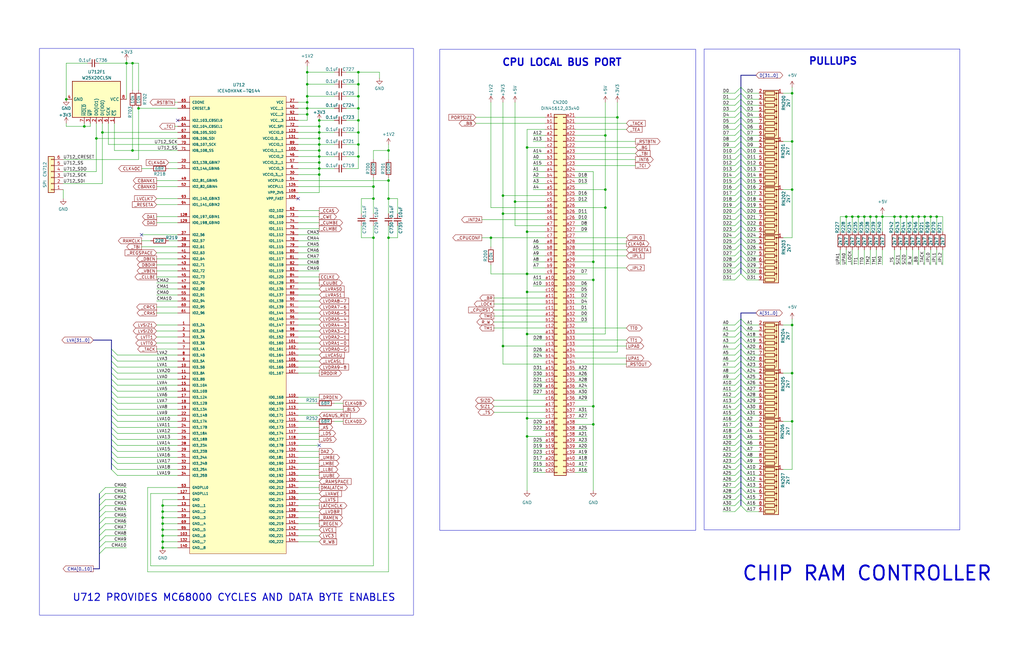
<source format=kicad_sch>
(kicad_sch (version 20231120) (generator "eeschema") (generator_version "8.0")
  (paper "B")
  (title_block (title "AMIGA PCI") (date "2025-04-03") (rev "5.1"))
  (junction (at 255.27 57.15))
  (junction (at 163.83 100.33))
  (junction (at 151.13 30.48))
  (junction (at 250.19 179.07))
  (junction (at 163.83 76.2))
  (junction (at 207.01 100.33))
  (junction (at 134.62 53.34))
  (junction (at 334.01 137.16))
  (junction (at 134.62 58.42))
  (junction (at 392.43 91.44))
  (junction (at 151.13 50.8))
  (junction (at 151.13 55.88))
  (junction (at 157.48 83.82))
  (junction (at 356.87 91.44))
  (junction (at 389.89 91.44))
  (junction (at 68.58 223.52))
  (junction (at 222.25 62.23))
  (junction (at 222.25 123.19))
  (junction (at 129.54 43.18))
  (junction (at 364.49 91.44))
  (junction (at 212.09 82.55))
  (junction (at 334.01 80.01))
  (junction (at 334.01 39.37))
  (junction (at 27.94 41.91))
  (junction (at 334.01 59.69))
  (junction (at 361.95 91.44))
  (junction (at 260.35 49.53))
  (junction (at 250.19 110.49))
  (junction (at 134.62 66.04))
  (junction (at 334.01 177.8))
  (junction (at 163.83 83.82))
  (junction (at 394.97 91.44))
  (junction (at 129.54 48.26))
  (junction (at 129.54 35.56))
  (junction (at 68.58 220.98))
  (junction (at 359.41 91.44))
  (junction (at 212.09 146.05))
  (junction (at 334.01 157.48))
  (junction (at 250.19 171.45))
  (junction (at 134.62 73.66))
  (junction (at 134.62 60.96))
  (junction (at 68.58 231.14))
  (junction (at 151.13 60.96))
  (junction (at 250.19 118.11))
  (junction (at 387.35 91.44))
  (junction (at 134.62 50.8))
  (junction (at 222.25 97.79))
  (junction (at 367.03 91.44))
  (junction (at 222.25 140.97))
  (junction (at 68.58 213.36))
  (junction (at 157.48 78.74))
  (junction (at 372.11 91.44))
  (junction (at 53.34 26.67))
  (junction (at 151.13 40.64))
  (junction (at 134.62 55.88))
  (junction (at 222.25 176.53))
  (junction (at 43.18 55.88))
  (junction (at 255.27 87.63))
  (junction (at 58.42 45.72))
  (junction (at 377.19 91.44))
  (junction (at 163.83 63.5))
  (junction (at 68.58 228.6))
  (junction (at 222.25 115.57))
  (junction (at 157.48 100.33))
  (junction (at 382.27 91.44))
  (junction (at 68.58 215.9))
  (junction (at 217.17 85.09))
  (junction (at 151.13 45.72))
  (junction (at 129.54 45.72))
  (junction (at 369.57 91.44))
  (junction (at 151.13 66.04))
  (junction (at 55.88 63.5))
  (junction (at 134.62 68.58))
  (junction (at 55.88 26.67))
  (junction (at 35.56 53.34))
  (junction (at 222.25 184.15))
  (junction (at 129.54 40.64))
  (junction (at 134.62 71.12))
  (junction (at 384.81 91.44))
  (junction (at 379.73 91.44))
  (junction (at 129.54 30.48))
  (junction (at 68.58 218.44))
  (junction (at 134.62 63.5))
  (junction (at 40.64 58.42))
  (junction (at 151.13 35.56))
  (junction (at 68.58 226.06))
  (junction (at 255.27 80.01))
  (junction (at 212.09 90.17))
  (no_connect (at 134.62 187.96))
  (no_connect (at 74.93 50.8))
  (no_connect (at 59.69 99.06))
  (no_connect (at 125.73 83.82))
  (bus_entry (at 314.96 185.42) (size -2.54 -2.54))
  (bus_entry (at 314.96 118.11) (size -2.54 -2.54))
  (bus_entry (at 314.96 154.94) (size -2.54 -2.54))
  (bus_entry (at 46.99 187.96) (size 2.54 2.54))
  (bus_entry (at 46.99 198.12) (size 2.54 2.54))
  (bus_entry (at 309.88 110.49) (size 2.54 -2.54))
  (bus_entry (at 309.88 137.16) (size 2.54 -2.54))
  (bus_entry (at 309.88 175.26) (size 2.54 -2.54))
  (bus_entry (at 314.96 142.24) (size -2.54 -2.54))
  (bus_entry (at 309.88 180.34) (size 2.54 -2.54))
  (bus_entry (at 314.96 208.28) (size -2.54 -2.54))
  (bus_entry (at 309.88 172.72) (size 2.54 -2.54))
  (bus_entry (at 314.96 44.45) (size -2.54 -2.54))
  (bus_entry (at 309.88 210.82) (size 2.54 -2.54))
  (bus_entry (at 46.99 195.58) (size 2.54 2.54))
  (bus_entry (at 314.96 215.9) (size -2.54 -2.54))
  (bus_entry (at 314.96 147.32) (size -2.54 -2.54))
  (bus_entry (at 314.96 175.26) (size -2.54 -2.54))
  (bus_entry (at 314.96 113.03) (size -2.54 -2.54))
  (bus_entry (at 314.96 198.12) (size -2.54 -2.54))
  (bus_entry (at 314.96 67.31) (size -2.54 -2.54))
  (bus_entry (at 314.96 110.49) (size -2.54 -2.54))
  (bus_entry (at 314.96 195.58) (size -2.54 -2.54))
  (bus_entry (at 309.88 195.58) (size 2.54 -2.54))
  (bus_entry (at 309.88 152.4) (size 2.54 -2.54))
  (bus_entry (at 309.88 54.61) (size 2.54 -2.54))
  (bus_entry (at 309.88 185.42) (size 2.54 -2.54))
  (bus_entry (at 314.96 64.77) (size -2.54 -2.54))
  (bus_entry (at 46.99 162.56) (size 2.54 2.54))
  (bus_entry (at 314.96 210.82) (size -2.54 -2.54))
  (bus_entry (at 46.99 177.8) (size 2.54 2.54))
  (bus_entry (at 309.88 182.88) (size 2.54 -2.54))
  (bus_entry (at 309.88 177.8) (size 2.54 -2.54))
  (bus_entry (at 309.88 64.77) (size 2.54 -2.54))
  (bus_entry (at 314.96 41.91) (size -2.54 -2.54))
  (bus_entry (at 309.88 82.55) (size 2.54 -2.54))
  (bus_entry (at 309.88 139.7) (size 2.54 -2.54))
  (bus_entry (at 314.96 54.61) (size -2.54 -2.54))
  (bus_entry (at 309.88 147.32) (size 2.54 -2.54))
  (bus_entry (at 309.88 74.93) (size 2.54 -2.54))
  (bus_entry (at 309.88 67.31) (size 2.54 -2.54))
  (bus_entry (at 309.88 87.63) (size 2.54 -2.54))
  (bus_entry (at 309.88 113.03) (size 2.54 -2.54))
  (bus_entry (at 314.96 180.34) (size -2.54 -2.54))
  (bus_entry (at 44.45 210.82) (size -2.54 2.54))
  (bus_entry (at 314.96 157.48) (size -2.54 -2.54))
  (bus_entry (at 309.88 213.36) (size 2.54 -2.54))
  (bus_entry (at 314.96 152.4) (size -2.54 -2.54))
  (bus_entry (at 309.88 160.02) (size 2.54 -2.54))
  (bus_entry (at 314.96 115.57) (size -2.54 -2.54))
  (bus_entry (at 314.96 105.41) (size -2.54 -2.54))
  (bus_entry (at 46.99 160.02) (size 2.54 2.54))
  (bus_entry (at 314.96 69.85) (size -2.54 -2.54))
  (bus_entry (at 314.96 193.04) (size -2.54 -2.54))
  (bus_entry (at 314.96 62.23) (size -2.54 -2.54))
  (bus_entry (at 46.99 157.48) (size 2.54 2.54))
  (bus_entry (at 314.96 144.78) (size -2.54 -2.54))
  (bus_entry (at 46.99 149.86) (size 2.54 2.54))
  (bus_entry (at 46.99 170.18) (size 2.54 2.54))
  (bus_entry (at 314.96 165.1) (size -2.54 -2.54))
  (bus_entry (at 309.88 90.17) (size 2.54 -2.54))
  (bus_entry (at 314.96 177.8) (size -2.54 -2.54))
  (bus_entry (at 309.88 170.18) (size 2.54 -2.54))
  (bus_entry (at 309.88 69.85) (size 2.54 -2.54))
  (bus_entry (at 309.88 97.79) (size 2.54 -2.54))
  (bus_entry (at 314.96 97.79) (size -2.54 -2.54))
  (bus_entry (at 314.96 72.39) (size -2.54 -2.54))
  (bus_entry (at 314.96 149.86) (size -2.54 -2.54))
  (bus_entry (at 314.96 90.17) (size -2.54 -2.54))
  (bus_entry (at 309.88 165.1) (size 2.54 -2.54))
  (bus_entry (at 46.99 190.5) (size 2.54 2.54))
  (bus_entry (at 314.96 139.7) (size -2.54 -2.54))
  (bus_entry (at 314.96 172.72) (size -2.54 -2.54))
  (bus_entry (at 309.88 193.04) (size 2.54 -2.54))
  (bus_entry (at 314.96 87.63) (size -2.54 -2.54))
  (bus_entry (at 314.96 59.69) (size -2.54 -2.54))
  (bus_entry (at 314.96 102.87) (size -2.54 -2.54))
  (bus_entry (at 314.96 57.15) (size -2.54 -2.54))
  (bus_entry (at 309.88 46.99) (size 2.54 -2.54))
  (bus_entry (at 309.88 59.69) (size 2.54 -2.54))
  (bus_entry (at 314.96 137.16) (size -2.54 -2.54))
  (bus_entry (at 309.88 85.09) (size 2.54 -2.54))
  (bus_entry (at 44.45 231.14) (size -2.54 2.54))
  (bus_entry (at 309.88 95.25) (size 2.54 -2.54))
  (bus_entry (at 314.96 82.55) (size -2.54 -2.54))
  (bus_entry (at 46.99 193.04) (size 2.54 2.54))
  (bus_entry (at 44.45 205.74) (size -2.54 2.54))
  (bus_entry (at 46.99 175.26) (size 2.54 2.54))
  (bus_entry (at 309.88 102.87) (size 2.54 -2.54))
  (bus_entry (at 309.88 41.91) (size 2.54 -2.54))
  (bus_entry (at 309.88 167.64) (size 2.54 -2.54))
  (bus_entry (at 309.88 39.37) (size 2.54 -2.54))
  (bus_entry (at 309.88 44.45) (size 2.54 -2.54))
  (bus_entry (at 309.88 157.48) (size 2.54 -2.54))
  (bus_entry (at 46.99 154.94) (size 2.54 2.54))
  (bus_entry (at 44.45 223.52) (size -2.54 2.54))
  (bus_entry (at 314.96 205.74) (size -2.54 -2.54))
  (bus_entry (at 44.45 226.06) (size -2.54 2.54))
  (bus_entry (at 309.88 187.96) (size 2.54 -2.54))
  (bus_entry (at 314.96 190.5) (size -2.54 -2.54))
  (bus_entry (at 314.96 80.01) (size -2.54 -2.54))
  (bus_entry (at 309.88 118.11) (size 2.54 -2.54))
  (bus_entry (at 44.45 215.9) (size -2.54 2.54))
  (bus_entry (at 314.96 95.25) (size -2.54 -2.54))
  (bus_entry (at 314.96 49.53) (size -2.54 -2.54))
  (bus_entry (at 314.96 100.33) (size -2.54 -2.54))
  (bus_entry (at 314.96 162.56) (size -2.54 -2.54))
  (bus_entry (at 46.99 180.34) (size 2.54 2.54))
  (bus_entry (at 46.99 147.32) (size 2.54 2.54))
  (bus_entry (at 46.99 165.1) (size 2.54 2.54))
  (bus_entry (at 314.96 213.36) (size -2.54 -2.54))
  (bus_entry (at 314.96 107.95) (size -2.54 -2.54))
  (bus_entry (at 309.88 203.2) (size 2.54 -2.54))
  (bus_entry (at 314.96 39.37) (size -2.54 -2.54))
  (bus_entry (at 314.96 92.71) (size -2.54 -2.54))
  (bus_entry (at 314.96 74.93) (size -2.54 -2.54))
  (bus_entry (at 309.88 144.78) (size 2.54 -2.54))
  (bus_entry (at 309.88 200.66) (size 2.54 -2.54))
  (bus_entry (at 309.88 198.12) (size 2.54 -2.54))
  (bus_entry (at 309.88 154.94) (size 2.54 -2.54))
  (bus_entry (at 44.45 220.98) (size -2.54 2.54))
  (bus_entry (at 309.88 105.41) (size 2.54 -2.54))
  (bus_entry (at 309.88 190.5) (size 2.54 -2.54))
  (bus_entry (at 314.96 167.64) (size -2.54 -2.54))
  (bus_entry (at 309.88 142.24) (size 2.54 -2.54))
  (bus_entry (at 44.45 228.6) (size -2.54 2.54))
  (bus_entry (at 309.88 115.57) (size 2.54 -2.54))
  (bus_entry (at 309.88 205.74) (size 2.54 -2.54))
  (bus_entry (at 309.88 77.47) (size 2.54 -2.54))
  (bus_entry (at 314.96 182.88) (size -2.54 -2.54))
  (bus_entry (at 309.88 72.39) (size 2.54 -2.54))
  (bus_entry (at 44.45 208.28) (size -2.54 2.54))
  (bus_entry (at 46.99 167.64) (size 2.54 2.54))
  (bus_entry (at 309.88 49.53) (size 2.54 -2.54))
  (bus_entry (at 309.88 208.28) (size 2.54 -2.54))
  (bus_entry (at 314.96 203.2) (size -2.54 -2.54))
  (bus_entry (at 309.88 92.71) (size 2.54 -2.54))
  (bus_entry (at 309.88 100.33) (size 2.54 -2.54))
  (bus_entry (at 309.88 215.9) (size 2.54 -2.54))
  (bus_entry (at 44.45 218.44) (size -2.54 2.54))
  (bus_entry (at 46.99 152.4) (size 2.54 2.54))
  (bus_entry (at 309.88 107.95) (size 2.54 -2.54))
  (bus_entry (at 314.96 77.47) (size -2.54 -2.54))
  (bus_entry (at 309.88 57.15) (size 2.54 -2.54))
  (bus_entry (at 314.96 85.09) (size -2.54 -2.54))
  (bus_entry (at 46.99 182.88) (size 2.54 2.54))
  (bus_entry (at 46.99 172.72) (size 2.54 2.54))
  (bus_entry (at 314.96 46.99) (size -2.54 -2.54))
  (bus_entry (at 309.88 80.01) (size 2.54 -2.54))
  (bus_entry (at 314.96 170.18) (size -2.54 -2.54))
  (bus_entry (at 314.96 160.02) (size -2.54 -2.54))
  (bus_entry (at 314.96 52.07) (size -2.54 -2.54))
  (bus_entry (at 314.96 200.66) (size -2.54 -2.54))
  (bus_entry (at 314.96 187.96) (size -2.54 -2.54))
  (bus_entry (at 309.88 149.86) (size 2.54 -2.54))
  (bus_entry (at 309.88 52.07) (size 2.54 -2.54))
  (bus_entry (at 46.99 185.42) (size 2.54 2.54))
  (bus_entry (at 44.45 213.36) (size -2.54 2.54))
  (bus_entry (at 309.88 162.56) (size 2.54 -2.54))
  (bus_entry (at 309.88 62.23) (size 2.54 -2.54))
  (wire (pts (xy 364.49 105.41) (xy 364.49 111.76)))
  (wire (pts (xy 242.57 100.33) (xy 264.16 100.33)))
  (wire (pts (xy 53.34 26.67) (xy 41.91 26.67)))
  (wire (pts (xy 129.54 40.64) (xy 129.54 43.18)))
  (wire (pts (xy 146.05 55.88) (xy 151.13 55.88)))
  (wire (pts (xy 320.04 203.2) (xy 314.96 203.2)))
  (bus (pts (xy 312.42 142.24) (xy 312.42 144.78)))
  (wire (pts (xy 224.79 161.29) (xy 229.87 161.29)))
  (wire (pts (xy 247.65 123.19) (xy 242.57 123.19)))
  (wire (pts (xy 212.09 90.17) (xy 212.09 146.05)))
  (wire (pts (xy 320.04 92.71) (xy 314.96 92.71)))
  (wire (pts (xy 320.04 49.53) (xy 314.96 49.53)))
  (wire (pts (xy 74.93 83.82) (xy 66.04 83.82)))
  (wire (pts (xy 134.62 134.62) (xy 125.73 134.62)))
  (wire (pts (xy 224.79 163.83) (xy 229.87 163.83)))
  (wire (pts (xy 134.62 60.96) (xy 134.62 63.5)))
  (bus (pts (xy 312.42 208.28) (xy 312.42 210.82)))
  (wire (pts (xy 49.53 160.02) (xy 74.93 160.02)))
  (wire (pts (xy 62.23 241.3) (xy 163.83 241.3)))
  (wire (pts (xy 53.34 41.91) (xy 53.34 26.67)))
  (wire (pts (xy 151.13 60.96) (xy 151.13 66.04)))
  (wire (pts (xy 55.88 26.67) (xy 53.34 26.67)))
  (wire (pts (xy 62.23 205.74) (xy 74.93 205.74)))
  (wire (pts (xy 304.8 107.95) (xy 309.88 107.95)))
  (wire (pts (xy 224.79 181.61) (xy 229.87 181.61)))
  (bus (pts (xy 312.42 110.49) (xy 312.42 107.95)))
  (wire (pts (xy 242.57 146.05) (xy 264.16 146.05)))
  (wire (pts (xy 68.58 215.9) (xy 74.93 215.9)))
  (wire (pts (xy 74.93 78.74) (xy 66.04 78.74)))
  (wire (pts (xy 222.25 123.19) (xy 222.25 140.97)))
  (bus (pts (xy 312.42 59.69) (xy 312.42 57.15)))
  (wire (pts (xy 304.8 64.77) (xy 309.88 64.77)))
  (wire (pts (xy 66.04 137.16) (xy 74.93 137.16)))
  (wire (pts (xy 134.62 142.24) (xy 125.73 142.24)))
  (wire (pts (xy 134.62 147.32) (xy 125.73 147.32)))
  (wire (pts (xy 354.33 97.79) (xy 354.33 91.44)))
  (wire (pts (xy 389.89 111.76) (xy 389.89 105.41)))
  (wire (pts (xy 379.73 111.76) (xy 379.73 105.41)))
  (wire (pts (xy 207.01 111.76) (xy 207.01 115.57)))
  (wire (pts (xy 224.79 158.75) (xy 229.87 158.75)))
  (wire (pts (xy 207.01 43.18) (xy 207.01 87.63)))
  (wire (pts (xy 74.93 129.54) (xy 66.04 129.54)))
  (wire (pts (xy 125.73 58.42) (xy 134.62 58.42)))
  (wire (pts (xy 224.79 74.93) (xy 229.87 74.93)))
  (wire (pts (xy 377.19 91.44) (xy 377.19 97.79)))
  (wire (pts (xy 354.33 91.44) (xy 356.87 91.44)))
  (wire (pts (xy 157.48 90.17) (xy 157.48 83.82)))
  (bus (pts (xy 312.42 107.95) (xy 312.42 105.41)))
  (wire (pts (xy 304.8 118.11) (xy 309.88 118.11)))
  (wire (pts (xy 49.53 185.42) (xy 74.93 185.42)))
  (bus (pts (xy 312.42 180.34) (xy 312.42 182.88)))
  (wire (pts (xy 58.42 67.31) (xy 58.42 45.72)))
  (wire (pts (xy 320.04 67.31) (xy 314.96 67.31)))
  (wire (pts (xy 27.94 26.67) (xy 36.83 26.67)))
  (wire (pts (xy 163.83 90.17) (xy 163.83 83.82)))
  (wire (pts (xy 334.01 177.8) (xy 334.01 198.12)))
  (wire (pts (xy 304.8 165.1) (xy 309.88 165.1)))
  (wire (pts (xy 304.8 185.42) (xy 309.88 185.42)))
  (wire (pts (xy 125.73 129.54) (xy 134.62 129.54)))
  (wire (pts (xy 125.73 170.18) (xy 133.35 170.18)))
  (wire (pts (xy 74.93 127) (xy 66.04 127)))
  (wire (pts (xy 125.73 226.06) (xy 134.62 226.06)))
  (wire (pts (xy 247.65 95.25) (xy 242.57 95.25)))
  (wire (pts (xy 247.65 168.91) (xy 242.57 168.91)))
  (wire (pts (xy 242.57 171.45) (xy 250.19 171.45)))
  (wire (pts (xy 304.8 147.32) (xy 309.88 147.32)))
  (wire (pts (xy 384.81 91.44) (xy 387.35 91.44)))
  (wire (pts (xy 320.04 82.55) (xy 314.96 82.55)))
  (wire (pts (xy 247.65 97.79) (xy 242.57 97.79)))
  (wire (pts (xy 134.62 127) (xy 125.73 127)))
  (wire (pts (xy 364.49 91.44) (xy 364.49 97.79)))
  (wire (pts (xy 134.62 137.16) (xy 125.73 137.16)))
  (bus (pts (xy 312.42 67.31) (xy 312.42 64.77)))
  (wire (pts (xy 224.79 107.95) (xy 229.87 107.95)))
  (wire (pts (xy 334.01 59.69) (xy 334.01 80.01)))
  (wire (pts (xy 361.95 91.44) (xy 361.95 97.79)))
  (wire (pts (xy 394.97 111.76) (xy 394.97 105.41)))
  (bus (pts (xy 41.91 226.06) (xy 41.91 228.6)))
  (wire (pts (xy 304.8 215.9) (xy 309.88 215.9)))
  (wire (pts (xy 304.8 160.02) (xy 309.88 160.02)))
  (wire (pts (xy 330.2 100.33) (xy 334.01 100.33)))
  (wire (pts (xy 320.04 149.86) (xy 314.96 149.86)))
  (bus (pts (xy 41.91 233.68) (xy 41.91 240.03)))
  (wire (pts (xy 134.62 63.5) (xy 134.62 66.04)))
  (wire (pts (xy 208.28 168.91) (xy 229.87 168.91)))
  (wire (pts (xy 140.97 170.18) (xy 144.78 170.18)))
  (wire (pts (xy 304.8 195.58) (xy 309.88 195.58)))
  (wire (pts (xy 125.73 45.72) (xy 129.54 45.72)))
  (bus (pts (xy 312.42 44.45) (xy 312.42 41.91)))
  (wire (pts (xy 320.04 59.69) (xy 314.96 59.69)))
  (wire (pts (xy 26.67 72.39) (xy 40.64 72.39)))
  (wire (pts (xy 157.48 74.93) (xy 157.48 78.74)))
  (wire (pts (xy 334.01 39.37) (xy 334.01 59.69)))
  (wire (pts (xy 55.88 63.5) (xy 74.93 63.5)))
  (wire (pts (xy 212.09 153.67) (xy 212.09 146.05)))
  (bus (pts (xy 312.42 167.64) (xy 312.42 170.18)))
  (wire (pts (xy 304.8 162.56) (xy 309.88 162.56)))
  (wire (pts (xy 134.62 114.3) (xy 125.73 114.3)))
  (wire (pts (xy 40.64 52.07) (xy 40.64 58.42)))
  (wire (pts (xy 334.01 157.48) (xy 334.01 177.8)))
  (wire (pts (xy 224.79 69.85) (xy 229.87 69.85)))
  (wire (pts (xy 356.87 91.44) (xy 356.87 97.79)))
  (wire (pts (xy 242.57 52.07) (xy 264.16 52.07)))
  (wire (pts (xy 247.65 135.89) (xy 242.57 135.89)))
  (bus (pts (xy 312.42 137.16) (xy 312.42 139.7)))
  (wire (pts (xy 49.53 190.5) (xy 74.93 190.5)))
  (wire (pts (xy 125.73 132.08) (xy 134.62 132.08)))
  (wire (pts (xy 304.8 210.82) (xy 309.88 210.82)))
  (wire (pts (xy 304.8 46.99) (xy 309.88 46.99)))
  (wire (pts (xy 125.73 76.2) (xy 163.83 76.2)))
  (wire (pts (xy 392.43 111.76) (xy 392.43 105.41)))
  (bus (pts (xy 312.42 52.07) (xy 312.42 49.53)))
  (wire (pts (xy 361.95 105.41) (xy 361.95 111.76)))
  (wire (pts (xy 134.62 81.28) (xy 125.73 81.28)))
  (wire (pts (xy 134.62 195.58) (xy 125.73 195.58)))
  (wire (pts (xy 125.73 60.96) (xy 134.62 60.96)))
  (wire (pts (xy 129.54 48.26) (xy 129.54 50.8)))
  (wire (pts (xy 242.57 143.51) (xy 264.16 143.51)))
  (wire (pts (xy 304.8 193.04) (xy 309.88 193.04)))
  (wire (pts (xy 247.65 133.35) (xy 242.57 133.35)))
  (bus (pts (xy 39.37 143.51) (xy 46.99 143.51)))
  (wire (pts (xy 125.73 208.28) (xy 134.62 208.28)))
  (wire (pts (xy 224.79 118.11) (xy 229.87 118.11)))
  (wire (pts (xy 330.2 59.69) (xy 334.01 59.69)))
  (wire (pts (xy 304.8 102.87) (xy 309.88 102.87)))
  (wire (pts (xy 44.45 210.82) (xy 53.34 210.82)))
  (bus (pts (xy 312.42 175.26) (xy 312.42 177.8)))
  (wire (pts (xy 49.53 193.04) (xy 74.93 193.04)))
  (wire (pts (xy 151.13 66.04) (xy 151.13 71.12)))
  (wire (pts (xy 125.73 116.84) (xy 134.62 116.84)))
  (wire (pts (xy 320.04 165.1) (xy 314.96 165.1)))
  (wire (pts (xy 212.09 43.18) (xy 212.09 82.55)))
  (wire (pts (xy 304.8 137.16) (xy 309.88 137.16)))
  (wire (pts (xy 320.04 190.5) (xy 314.96 190.5)))
  (wire (pts (xy 304.8 200.66) (xy 309.88 200.66)))
  (wire (pts (xy 242.57 59.69) (xy 267.97 59.69)))
  (bus (pts (xy 312.42 195.58) (xy 312.42 198.12)))
  (wire (pts (xy 330.2 157.48) (xy 334.01 157.48)))
  (wire (pts (xy 304.8 157.48) (xy 309.88 157.48)))
  (wire (pts (xy 207.01 87.63) (xy 229.87 87.63)))
  (wire (pts (xy 35.56 53.34) (xy 35.56 52.07)))
  (wire (pts (xy 125.73 218.44) (xy 134.62 218.44)))
  (bus (pts (xy 312.42 147.32) (xy 312.42 149.86)))
  (wire (pts (xy 125.73 66.04) (xy 134.62 66.04)))
  (bus (pts (xy 312.42 113.03) (xy 312.42 110.49)))
  (bus (pts (xy 312.42 54.61) (xy 312.42 52.07)))
  (wire (pts (xy 242.57 69.85) (xy 267.97 69.85)))
  (bus (pts (xy 312.42 144.78) (xy 312.42 147.32)))
  (bus (pts (xy 46.99 195.58) (xy 46.99 193.04)))
  (bus (pts (xy 46.99 172.72) (xy 46.99 170.18)))
  (wire (pts (xy 304.8 87.63) (xy 309.88 87.63)))
  (wire (pts (xy 367.03 91.44) (xy 367.03 97.79)))
  (wire (pts (xy 247.65 186.69) (xy 242.57 186.69)))
  (wire (pts (xy 125.73 205.74) (xy 134.62 205.74)))
  (wire (pts (xy 304.8 167.64) (xy 309.88 167.64)))
  (wire (pts (xy 224.79 64.77) (xy 229.87 64.77)))
  (wire (pts (xy 242.57 113.03) (xy 264.16 113.03)))
  (wire (pts (xy 382.27 111.76) (xy 382.27 105.41)))
  (wire (pts (xy 217.17 85.09) (xy 217.17 95.25)))
  (wire (pts (xy 134.62 198.12) (xy 125.73 198.12)))
  (wire (pts (xy 247.65 115.57) (xy 242.57 115.57)))
  (wire (pts (xy 387.35 111.76) (xy 387.35 105.41)))
  (wire (pts (xy 134.62 203.2) (xy 125.73 203.2)))
  (bus (pts (xy 46.99 149.86) (xy 46.99 147.32)))
  (wire (pts (xy 304.8 69.85) (xy 309.88 69.85)))
  (wire (pts (xy 304.8 152.4) (xy 309.88 152.4)))
  (bus (pts (xy 312.42 162.56) (xy 312.42 165.1)))
  (wire (pts (xy 134.62 193.04) (xy 125.73 193.04)))
  (wire (pts (xy 334.01 39.37) (xy 330.2 39.37)))
  (wire (pts (xy 222.25 62.23) (xy 222.25 97.79)))
  (wire (pts (xy 320.04 160.02) (xy 314.96 160.02)))
  (wire (pts (xy 320.04 102.87) (xy 314.96 102.87)))
  (wire (pts (xy 224.79 113.03) (xy 229.87 113.03)))
  (wire (pts (xy 247.65 130.81) (xy 242.57 130.81)))
  (wire (pts (xy 58.42 45.72) (xy 74.93 45.72)))
  (bus (pts (xy 312.42 74.93) (xy 312.42 72.39)))
  (wire (pts (xy 222.25 176.53) (xy 229.87 176.53)))
  (wire (pts (xy 222.25 176.53) (xy 222.25 184.15)))
  (wire (pts (xy 134.62 71.12) (xy 140.97 71.12)))
  (wire (pts (xy 74.93 142.24) (xy 66.04 142.24)))
  (wire (pts (xy 320.04 154.94) (xy 314.96 154.94)))
  (wire (pts (xy 242.57 49.53) (xy 260.35 49.53)))
  (wire (pts (xy 68.58 215.9) (xy 68.58 218.44)))
  (wire (pts (xy 44.45 228.6) (xy 53.34 228.6)))
  (wire (pts (xy 134.62 68.58) (xy 134.62 71.12)))
  (wire (pts (xy 222.25 115.57) (xy 222.25 123.19)))
  (bus (pts (xy 46.99 175.26) (xy 46.99 172.72)))
  (wire (pts (xy 247.65 82.55) (xy 242.57 82.55)))
  (wire (pts (xy 242.57 62.23) (xy 267.97 62.23)))
  (wire (pts (xy 379.73 91.44) (xy 379.73 97.79)))
  (wire (pts (xy 320.04 172.72) (xy 314.96 172.72)))
  (wire (pts (xy 125.73 68.58) (xy 134.62 68.58)))
  (wire (pts (xy 224.79 186.69) (xy 229.87 186.69)))
  (bus (pts (xy 312.42 77.47) (xy 312.42 74.93)))
  (wire (pts (xy 320.04 187.96) (xy 314.96 187.96)))
  (wire (pts (xy 134.62 167.64) (xy 125.73 167.64)))
  (wire (pts (xy 224.79 59.69) (xy 229.87 59.69)))
  (bus (pts (xy 312.42 157.48) (xy 312.42 160.02)))
  (wire (pts (xy 125.73 101.6) (xy 134.62 101.6)))
  (bus (pts (xy 312.42 102.87) (xy 312.42 100.33)))
  (bus (pts (xy 46.99 170.18) (xy 46.99 167.64)))
  (wire (pts (xy 125.73 172.72) (xy 144.78 172.72)))
  (wire (pts (xy 224.79 67.31) (xy 229.87 67.31)))
  (wire (pts (xy 222.25 62.23) (xy 229.87 62.23)))
  (wire (pts (xy 49.53 175.26) (xy 74.93 175.26)))
  (wire (pts (xy 320.04 57.15) (xy 314.96 57.15)))
  (wire (pts (xy 304.8 175.26) (xy 309.88 175.26)))
  (wire (pts (xy 151.13 35.56) (xy 151.13 30.48)))
  (wire (pts (xy 222.25 184.15) (xy 229.87 184.15)))
  (wire (pts (xy 125.73 139.7) (xy 134.62 139.7)))
  (wire (pts (xy 224.79 191.77) (xy 229.87 191.77)))
  (wire (pts (xy 43.18 55.88) (xy 74.93 55.88)))
  (wire (pts (xy 129.54 27.94) (xy 129.54 30.48)))
  (bus (pts (xy 312.42 205.74) (xy 312.42 208.28)))
  (wire (pts (xy 247.65 92.71) (xy 242.57 92.71)))
  (wire (pts (xy 74.93 116.84) (xy 66.04 116.84)))
  (wire (pts (xy 66.04 147.32) (xy 74.93 147.32)))
  (wire (pts (xy 45.72 60.96) (xy 45.72 52.07)))
  (wire (pts (xy 320.04 170.18) (xy 314.96 170.18)))
  (wire (pts (xy 356.87 105.41) (xy 356.87 111.76)))
  (wire (pts (xy 247.65 120.65) (xy 242.57 120.65)))
  (bus (pts (xy 46.99 190.5) (xy 46.99 187.96)))
  (wire (pts (xy 129.54 43.18) (xy 129.54 45.72)))
  (wire (pts (xy 372.11 105.41) (xy 372.11 111.76)))
  (bus (pts (xy 46.99 147.32) (xy 46.99 143.51)))
  (wire (pts (xy 247.65 163.83) (xy 242.57 163.83)))
  (wire (pts (xy 304.8 190.5) (xy 309.88 190.5)))
  (wire (pts (xy 304.8 92.71) (xy 309.88 92.71)))
  (bus (pts (xy 46.99 162.56) (xy 46.99 160.02)))
  (wire (pts (xy 320.04 210.82) (xy 314.96 210.82)))
  (wire (pts (xy 359.41 91.44) (xy 361.95 91.44)))
  (wire (pts (xy 260.35 49.53) (xy 260.35 148.59)))
  (wire (pts (xy 320.04 152.4) (xy 314.96 152.4)))
  (wire (pts (xy 208.28 171.45) (xy 229.87 171.45)))
  (wire (pts (xy 68.58 213.36) (xy 74.93 213.36)))
  (wire (pts (xy 146.05 35.56) (xy 151.13 35.56)))
  (bus (pts (xy 41.91 223.52) (xy 41.91 226.06)))
  (wire (pts (xy 229.87 95.25) (xy 217.17 95.25)))
  (wire (pts (xy 334.01 36.83) (xy 334.01 39.37)))
  (wire (pts (xy 247.65 176.53) (xy 242.57 176.53)))
  (wire (pts (xy 59.69 101.6) (xy 63.5 101.6)))
  (wire (pts (xy 203.2 100.33) (xy 207.01 100.33)))
  (bus (pts (xy 312.42 160.02) (xy 312.42 162.56)))
  (wire (pts (xy 320.04 54.61) (xy 314.96 54.61)))
  (wire (pts (xy 125.73 106.68) (xy 134.62 106.68)))
  (wire (pts (xy 320.04 87.63) (xy 314.96 87.63)))
  (bus (pts (xy 41.91 215.9) (xy 41.91 218.44)))
  (wire (pts (xy 224.79 199.39) (xy 229.87 199.39)))
  (wire (pts (xy 35.56 53.34) (xy 38.1 53.34)))
  (wire (pts (xy 125.73 152.4) (xy 134.62 152.4)))
  (bus (pts (xy 312.42 69.85) (xy 312.42 67.31)))
  (wire (pts (xy 224.79 105.41) (xy 229.87 105.41)))
  (wire (pts (xy 152.4 100.33) (xy 157.48 100.33)))
  (wire (pts (xy 224.79 143.51) (xy 229.87 143.51)))
  (wire (pts (xy 320.04 41.91) (xy 314.96 41.91)))
  (wire (pts (xy 68.58 223.52) (xy 74.93 223.52)))
  (wire (pts (xy 304.8 115.57) (xy 309.88 115.57)))
  (bus (pts (xy 41.91 220.98) (xy 41.91 223.52)))
  (wire (pts (xy 247.65 189.23) (xy 242.57 189.23)))
  (wire (pts (xy 44.45 215.9) (xy 53.34 215.9)))
  (bus (pts (xy 312.42 203.2) (xy 312.42 205.74)))
  (bus (pts (xy 41.91 210.82) (xy 41.91 213.36)))
  (bus (pts (xy 41.91 218.44) (xy 41.91 220.98)))
  (wire (pts (xy 134.62 228.6) (xy 125.73 228.6)))
  (wire (pts (xy 74.93 76.2) (xy 66.04 76.2)))
  (wire (pts (xy 27.94 53.34) (xy 27.94 52.07)))
  (wire (pts (xy 320.04 118.11) (xy 314.96 118.11)))
  (wire (pts (xy 49.53 154.94) (xy 74.93 154.94)))
  (wire (pts (xy 320.04 208.28) (xy 314.96 208.28)))
  (wire (pts (xy 320.04 213.36) (xy 314.96 213.36)))
  (wire (pts (xy 320.04 52.07) (xy 314.96 52.07)))
  (bus (pts (xy 41.91 240.03) (xy 39.37 240.03)))
  (wire (pts (xy 129.54 45.72) (xy 140.97 45.72)))
  (wire (pts (xy 125.73 124.46) (xy 134.62 124.46)))
  (wire (pts (xy 304.8 170.18) (xy 309.88 170.18)))
  (bus (pts (xy 312.42 87.63) (xy 312.42 85.09)))
  (wire (pts (xy 222.25 54.61) (xy 222.25 62.23)))
  (wire (pts (xy 247.65 85.09) (xy 242.57 85.09)))
  (wire (pts (xy 49.53 200.66) (xy 74.93 200.66)))
  (wire (pts (xy 320.04 69.85) (xy 314.96 69.85)))
  (wire (pts (xy 247.65 74.93) (xy 242.57 74.93)))
  (wire (pts (xy 74.93 114.3) (xy 66.04 114.3)))
  (wire (pts (xy 68.58 218.44) (xy 74.93 218.44)))
  (wire (pts (xy 44.45 208.28) (xy 53.34 208.28)))
  (wire (pts (xy 389.89 91.44) (xy 392.43 91.44)))
  (wire (pts (xy 134.62 119.38) (xy 125.73 119.38)))
  (bus (pts (xy 46.99 187.96) (xy 46.99 185.42)))
  (wire (pts (xy 247.65 173.99) (xy 242.57 173.99)))
  (wire (pts (xy 304.8 110.49) (xy 309.88 110.49)))
  (wire (pts (xy 74.93 93.98) (xy 66.04 93.98)))
  (wire (pts (xy 224.79 110.49) (xy 229.87 110.49)))
  (wire (pts (xy 49.53 157.48) (xy 74.93 157.48)))
  (wire (pts (xy 134.62 71.12) (xy 134.62 73.66)))
  (wire (pts (xy 134.62 66.04) (xy 140.97 66.04)))
  (wire (pts (xy 129.54 30.48) (xy 129.54 35.56)))
  (wire (pts (xy 68.58 220.98) (xy 74.93 220.98)))
  (wire (pts (xy 74.93 91.44) (xy 66.04 91.44)))
  (wire (pts (xy 222.25 97.79) (xy 222.25 115.57)))
  (bus (pts (xy 312.42 31.75) (xy 318.77 31.75)))
  (wire (pts (xy 255.27 57.15) (xy 255.27 80.01)))
  (wire (pts (xy 66.04 121.92) (xy 74.93 121.92)))
  (wire (pts (xy 255.27 43.18) (xy 255.27 57.15)))
  (wire (pts (xy 334.01 177.8) (xy 330.2 177.8)))
  (wire (pts (xy 320.04 100.33) (xy 314.96 100.33)))
  (wire (pts (xy 44.45 205.74) (xy 53.34 205.74)))
  (wire (pts (xy 389.89 97.79) (xy 389.89 91.44)))
  (wire (pts (xy 208.28 130.81) (xy 229.87 130.81)))
  (bus (pts (xy 312.42 149.86) (xy 312.42 152.4)))
  (wire (pts (xy 224.79 166.37) (xy 229.87 166.37)))
  (wire (pts (xy 68.58 226.06) (xy 74.93 226.06)))
  (wire (pts (xy 242.57 64.77) (xy 267.97 64.77)))
  (bus (pts (xy 312.42 198.12) (xy 312.42 200.66)))
  (wire (pts (xy 247.65 196.85) (xy 242.57 196.85)))
  (wire (pts (xy 68.58 223.52) (xy 68.58 226.06)))
  (wire (pts (xy 146.05 45.72) (xy 151.13 45.72)))
  (bus (pts (xy 312.42 41.91) (xy 312.42 39.37)))
  (bus (pts (xy 312.42 134.62) (xy 312.42 137.16)))
  (wire (pts (xy 44.45 231.14) (xy 53.34 231.14)))
  (wire (pts (xy 49.53 198.12) (xy 74.93 198.12)))
  (wire (pts (xy 40.64 72.39) (xy 40.64 58.42)))
  (wire (pts (xy 146.05 66.04) (xy 151.13 66.04)))
  (wire (pts (xy 125.73 177.8) (xy 133.35 177.8)))
  (wire (pts (xy 320.04 162.56) (xy 314.96 162.56)))
  (wire (pts (xy 49.53 187.96) (xy 74.93 187.96)))
  (wire (pts (xy 66.04 144.78) (xy 74.93 144.78)))
  (wire (pts (xy 397.51 91.44) (xy 394.97 91.44)))
  (wire (pts (xy 66.04 119.38) (xy 74.93 119.38)))
  (bus (pts (xy 312.42 182.88) (xy 312.42 185.42)))
  (wire (pts (xy 224.79 72.39) (xy 229.87 72.39)))
  (wire (pts (xy 125.73 93.98) (xy 134.62 93.98)))
  (wire (pts (xy 320.04 44.45) (xy 314.96 44.45)))
  (wire (pts (xy 208.28 133.35) (xy 229.87 133.35)))
  (wire (pts (xy 356.87 91.44) (xy 359.41 91.44)))
  (bus (pts (xy 41.91 208.28) (xy 41.91 210.82)))
  (wire (pts (xy 247.65 128.27) (xy 242.57 128.27)))
  (bus (pts (xy 46.99 154.94) (xy 46.99 152.4)))
  (wire (pts (xy 71.12 101.6) (xy 74.93 101.6)))
  (wire (pts (xy 320.04 177.8) (xy 314.96 177.8)))
  (wire (pts (xy 63.5 71.12) (xy 59.69 71.12)))
  (wire (pts (xy 66.04 111.76) (xy 74.93 111.76)))
  (wire (pts (xy 68.58 226.06) (xy 68.58 228.6)))
  (wire (pts (xy 55.88 45.72) (xy 55.88 63.5)))
  (wire (pts (xy 125.73 213.36) (xy 134.62 213.36)))
  (bus (pts (xy 46.99 167.64) (xy 46.99 165.1)))
  (wire (pts (xy 151.13 30.48) (xy 146.05 30.48)))
  (wire (pts (xy 125.73 210.82) (xy 134.62 210.82)))
  (wire (pts (xy 48.26 63.5) (xy 48.26 52.07)))
  (bus (pts (xy 312.42 154.94) (xy 312.42 157.48)))
  (wire (pts (xy 146.05 40.64) (xy 151.13 40.64)))
  (wire (pts (xy 320.04 62.23) (xy 314.96 62.23)))
  (wire (pts (xy 129.54 30.48) (xy 140.97 30.48)))
  (wire (pts (xy 320.04 115.57) (xy 314.96 115.57)))
  (wire (pts (xy 134.62 55.88) (xy 134.62 58.42)))
  (wire (pts (xy 242.57 118.11) (xy 250.19 118.11)))
  (wire (pts (xy 49.53 172.72) (xy 74.93 172.72)))
  (wire (pts (xy 157.48 78.74) (xy 157.48 83.82)))
  (wire (pts (xy 134.62 73.66) (xy 134.62 81.28)))
  (wire (pts (xy 134.62 50.8) (xy 134.62 53.34)))
  (wire (pts (xy 73.66 53.34) (xy 74.93 53.34)))
  (wire (pts (xy 49.53 162.56) (xy 74.93 162.56)))
  (wire (pts (xy 26.67 77.47) (xy 43.18 77.47)))
  (bus (pts (xy 312.42 57.15) (xy 312.42 54.61)))
  (wire (pts (xy 151.13 45.72) (xy 151.13 40.64)))
  (bus (pts (xy 312.42 49.53) (xy 312.42 46.99)))
  (wire (pts (xy 364.49 91.44) (xy 367.03 91.44)))
  (wire (pts (xy 74.93 104.14) (xy 59.69 104.14)))
  (wire (pts (xy 334.01 80.01) (xy 334.01 100.33)))
  (wire (pts (xy 320.04 80.01) (xy 314.96 80.01)))
  (wire (pts (xy 151.13 40.64) (xy 151.13 35.56)))
  (wire (pts (xy 68.58 210.82) (xy 68.58 213.36)))
  (wire (pts (xy 134.62 50.8) (xy 140.97 50.8)))
  (wire (pts (xy 379.73 91.44) (xy 382.27 91.44)))
  (wire (pts (xy 74.93 68.58) (xy 71.12 68.58)))
  (wire (pts (xy 224.79 151.13) (xy 229.87 151.13)))
  (bus (pts (xy 312.42 190.5) (xy 312.42 193.04)))
  (wire (pts (xy 304.8 154.94) (xy 309.88 154.94)))
  (wire (pts (xy 152.4 90.17) (xy 152.4 83.82)))
  (wire (pts (xy 382.27 91.44) (xy 384.81 91.44)))
  (wire (pts (xy 26.67 67.31) (xy 58.42 67.31)))
  (wire (pts (xy 134.62 66.04) (xy 134.62 68.58)))
  (wire (pts (xy 304.8 139.7) (xy 309.88 139.7)))
  (wire (pts (xy 304.8 205.74) (xy 309.88 205.74)))
  (bus (pts (xy 312.42 132.08) (xy 318.77 132.08)))
  (wire (pts (xy 129.54 35.56) (xy 140.97 35.56)))
  (bus (pts (xy 46.99 160.02) (xy 46.99 157.48)))
  (wire (pts (xy 224.79 120.65) (xy 229.87 120.65)))
  (wire (pts (xy 163.83 74.93) (xy 163.83 76.2)))
  (wire (pts (xy 247.65 194.31) (xy 242.57 194.31)))
  (wire (pts (xy 384.81 111.76) (xy 384.81 105.41)))
  (wire (pts (xy 125.73 73.66) (xy 134.62 73.66)))
  (wire (pts (xy 320.04 200.66) (xy 314.96 200.66)))
  (wire (pts (xy 330.2 198.12) (xy 334.01 198.12)))
  (bus (pts (xy 312.42 165.1) (xy 312.42 167.64)))
  (bus (pts (xy 312.42 90.17) (xy 312.42 87.63)))
  (wire (pts (xy 320.04 205.74) (xy 314.96 205.74)))
  (wire (pts (xy 224.79 102.87) (xy 229.87 102.87)))
  (wire (pts (xy 151.13 50.8) (xy 151.13 45.72)))
  (wire (pts (xy 304.8 72.39) (xy 309.88 72.39)))
  (wire (pts (xy 44.45 226.06) (xy 53.34 226.06)))
  (bus (pts (xy 46.99 182.88) (xy 46.99 180.34)))
  (wire (pts (xy 397.51 97.79) (xy 397.51 91.44)))
  (wire (pts (xy 242.57 54.61) (xy 264.16 54.61)))
  (wire (pts (xy 134.62 53.34) (xy 134.62 55.88)))
  (wire (pts (xy 58.42 38.1) (xy 58.42 26.67)))
  (wire (pts (xy 304.8 44.45) (xy 309.88 44.45)))
  (wire (pts (xy 320.04 95.25) (xy 314.96 95.25)))
  (wire (pts (xy 250.19 179.07) (xy 250.19 207.01)))
  (wire (pts (xy 49.53 165.1) (xy 74.93 165.1)))
  (wire (pts (xy 68.58 228.6) (xy 74.93 228.6)))
  (wire (pts (xy 334.01 134.62) (xy 334.01 137.16)))
  (wire (pts (xy 320.04 167.64) (xy 314.96 167.64)))
  (wire (pts (xy 66.04 139.7) (xy 74.93 139.7)))
  (wire (pts (xy 49.53 152.4) (xy 74.93 152.4)))
  (wire (pts (xy 320.04 137.16) (xy 314.96 137.16)))
  (wire (pts (xy 304.8 213.36) (xy 309.88 213.36)))
  (wire (pts (xy 212.09 82.55) (xy 212.09 90.17)))
  (wire (pts (xy 320.04 180.34) (xy 314.96 180.34)))
  (wire (pts (xy 68.58 220.98) (xy 68.58 223.52)))
  (wire (pts (xy 146.05 50.8) (xy 151.13 50.8)))
  (wire (pts (xy 224.79 179.07) (xy 229.87 179.07)))
  (wire (pts (xy 125.73 99.06) (xy 134.62 99.06)))
  (wire (pts (xy 242.57 105.41) (xy 264.16 105.41)))
  (bus (pts (xy 312.42 92.71) (xy 312.42 90.17)))
  (wire (pts (xy 247.65 199.39) (xy 242.57 199.39)))
  (wire (pts (xy 320.04 195.58) (xy 314.96 195.58)))
  (wire (pts (xy 304.8 149.86) (xy 309.88 149.86)))
  (wire (pts (xy 134.62 60.96) (xy 140.97 60.96)))
  (bus (pts (xy 41.91 228.6) (xy 41.91 231.14)))
  (wire (pts (xy 320.04 105.41) (xy 314.96 105.41)))
  (wire (pts (xy 125.73 223.52) (xy 134.62 223.52)))
  (wire (pts (xy 224.79 148.59) (xy 229.87 148.59)))
  (wire (pts (xy 207.01 115.57) (xy 222.25 115.57)))
  (wire (pts (xy 247.65 156.21) (xy 242.57 156.21)))
  (wire (pts (xy 304.8 90.17) (xy 309.88 90.17)))
  (wire (pts (xy 359.41 105.41) (xy 359.41 111.76)))
  (wire (pts (xy 247.65 184.15) (xy 242.57 184.15)))
  (wire (pts (xy 27.94 53.34) (xy 35.56 53.34)))
  (wire (pts (xy 247.65 166.37) (xy 242.57 166.37)))
  (bus (pts (xy 312.42 85.09) (xy 312.42 82.55)))
  (wire (pts (xy 361.95 91.44) (xy 364.49 91.44)))
  (wire (pts (xy 224.79 196.85) (xy 229.87 196.85)))
  (bus (pts (xy 312.42 152.4) (xy 312.42 154.94)))
  (wire (pts (xy 157.48 63.5) (xy 157.48 67.31)))
  (wire (pts (xy 369.57 91.44) (xy 369.57 97.79)))
  (wire (pts (xy 304.8 113.03) (xy 309.88 113.03)))
  (wire (pts (xy 304.8 180.34) (xy 309.88 180.34)))
  (wire (pts (xy 334.01 80.01) (xy 330.2 80.01)))
  (wire (pts (xy 208.28 128.27) (xy 229.87 128.27)))
  (wire (pts (xy 134.62 200.66) (xy 125.73 200.66)))
  (wire (pts (xy 144.78 177.8) (xy 140.97 177.8)))
  (wire (pts (xy 320.04 139.7) (xy 314.96 139.7)))
  (wire (pts (xy 242.57 57.15) (xy 255.27 57.15)))
  (wire (pts (xy 304.8 74.93) (xy 309.88 74.93)))
  (wire (pts (xy 38.1 53.34) (xy 38.1 52.07)))
  (wire (pts (xy 247.65 90.17) (xy 242.57 90.17)))
  (wire (pts (xy 160.02 30.48) (xy 151.13 30.48)))
  (wire (pts (xy 304.8 59.69) (xy 309.88 59.69)))
  (wire (pts (xy 384.81 91.44) (xy 384.81 97.79)))
  (wire (pts (xy 304.8 203.2) (xy 309.88 203.2)))
  (bus (pts (xy 41.91 213.36) (xy 41.91 215.9)))
  (wire (pts (xy 320.04 182.88) (xy 314.96 182.88)))
  (wire (pts (xy 304.8 142.24) (xy 309.88 142.24)))
  (wire (pts (xy 66.04 109.22) (xy 74.93 109.22)))
  (wire (pts (xy 250.19 72.39) (xy 250.19 110.49)))
  (wire (pts (xy 250.19 118.11) (xy 250.19 171.45)))
  (bus (pts (xy 46.99 152.4) (xy 46.99 149.86)))
  (wire (pts (xy 222.25 140.97) (xy 222.25 176.53)))
  (wire (pts (xy 68.58 210.82) (xy 74.93 210.82)))
  (wire (pts (xy 242.57 72.39) (xy 250.19 72.39)))
  (wire (pts (xy 320.04 147.32) (xy 314.96 147.32)))
  (wire (pts (xy 304.8 208.28) (xy 309.88 208.28)))
  (wire (pts (xy 125.73 71.12) (xy 134.62 71.12)))
  (wire (pts (xy 125.73 215.9) (xy 134.62 215.9)))
  (wire (pts (xy 203.2 92.71) (xy 229.87 92.71)))
  (wire (pts (xy 320.04 157.48) (xy 314.96 157.48)))
  (wire (pts (xy 247.65 77.47) (xy 242.57 77.47)))
  (wire (pts (xy 49.53 167.64) (xy 74.93 167.64)))
  (wire (pts (xy 224.79 189.23) (xy 229.87 189.23)))
  (wire (pts (xy 304.8 80.01) (xy 309.88 80.01)))
  (wire (pts (xy 134.62 58.42) (xy 134.62 60.96)))
  (wire (pts (xy 320.04 39.37) (xy 314.96 39.37)))
  (wire (pts (xy 255.27 140.97) (xy 242.57 140.97)))
  (wire (pts (xy 45.72 60.96) (xy 74.93 60.96)))
  (wire (pts (xy 134.62 175.26) (xy 125.73 175.26)))
  (bus (pts (xy 46.99 177.8) (xy 46.99 175.26)))
  (wire (pts (xy 163.83 241.3) (xy 163.83 100.33)))
  (wire (pts (xy 212.09 146.05) (xy 229.87 146.05)))
  (wire (pts (xy 125.73 50.8) (xy 129.54 50.8)))
  (bus (pts (xy 46.99 193.04) (xy 46.99 190.5)))
  (bus (pts (xy 46.99 165.1) (xy 46.99 162.56)))
  (wire (pts (xy 125.73 104.14) (xy 134.62 104.14)))
  (wire (pts (xy 125.73 144.78) (xy 134.62 144.78)))
  (wire (pts (xy 163.83 83.82) (xy 167.64 83.82)))
  (wire (pts (xy 63.5 208.28) (xy 74.93 208.28)))
  (wire (pts (xy 304.8 95.25) (xy 309.88 95.25)))
  (bus (pts (xy 312.42 115.57) (xy 312.42 113.03)))
  (wire (pts (xy 125.73 154.94) (xy 134.62 154.94)))
  (wire (pts (xy 304.8 105.41) (xy 309.88 105.41)))
  (wire (pts (xy 151.13 50.8) (xy 151.13 55.88)))
  (wire (pts (xy 229.87 153.67) (xy 212.09 153.67)))
  (wire (pts (xy 304.8 144.78) (xy 309.88 144.78)))
  (wire (pts (xy 394.97 91.44) (xy 394.97 97.79)))
  (wire (pts (xy 43.18 77.47) (xy 43.18 55.88)))
  (wire (pts (xy 157.48 100.33) (xy 157.48 238.76)))
  (wire (pts (xy 134.62 185.42) (xy 125.73 185.42)))
  (bus (pts (xy 312.42 36.83) (xy 312.42 31.75)))
  (wire (pts (xy 320.04 113.03) (xy 314.96 113.03)))
  (wire (pts (xy 304.8 172.72) (xy 309.88 172.72)))
  (wire (pts (xy 320.04 74.93) (xy 314.96 74.93)))
  (wire (pts (xy 320.04 72.39) (xy 314.96 72.39)))
  (wire (pts (xy 68.58 231.14) (xy 74.93 231.14)))
  (wire (pts (xy 125.73 157.48) (xy 134.62 157.48)))
  (bus (pts (xy 312.42 193.04) (xy 312.42 195.58)))
  (wire (pts (xy 247.65 125.73) (xy 242.57 125.73)))
  (wire (pts (xy 224.79 77.47) (xy 229.87 77.47)))
  (wire (pts (xy 125.73 109.22) (xy 134.62 109.22)))
  (bus (pts (xy 312.42 139.7) (xy 312.42 142.24)))
  (wire (pts (xy 320.04 175.26) (xy 314.96 175.26)))
  (wire (pts (xy 55.88 26.67) (xy 55.88 38.1)))
  (wire (pts (xy 224.79 80.01) (xy 229.87 80.01)))
  (wire (pts (xy 377.19 111.76) (xy 377.19 105.41)))
  (bus (pts (xy 46.99 157.48) (xy 46.99 154.94)))
  (bus (pts (xy 41.91 231.14) (xy 41.91 233.68)))
  (bus (pts (xy 312.42 187.96) (xy 312.42 190.5)))
  (wire (pts (xy 49.53 195.58) (xy 74.93 195.58)))
  (wire (pts (xy 320.04 46.99) (xy 314.96 46.99)))
  (wire (pts (xy 68.58 228.6) (xy 68.58 231.14)))
  (wire (pts (xy 53.34 26.67) (xy 53.34 25.4)))
  (wire (pts (xy 224.79 194.31) (xy 229.87 194.31)))
  (wire (pts (xy 134.62 55.88) (xy 140.97 55.88)))
  (wire (pts (xy 48.26 63.5) (xy 55.88 63.5)))
  (wire (pts (xy 49.53 180.34) (xy 74.93 180.34)))
  (wire (pts (xy 68.58 213.36) (xy 68.58 215.9)))
  (wire (pts (xy 134.62 121.92) (xy 125.73 121.92)))
  (wire (pts (xy 242.57 67.31) (xy 267.97 67.31)))
  (wire (pts (xy 320.04 215.9) (xy 314.96 215.9)))
  (wire (pts (xy 247.65 161.29) (xy 242.57 161.29)))
  (wire (pts (xy 320.04 64.77) (xy 314.96 64.77)))
  (wire (pts (xy 242.57 87.63) (xy 255.27 87.63)))
  (wire (pts (xy 62.23 205.74) (xy 62.23 241.3)))
  (wire (pts (xy 59.69 99.06) (xy 74.93 99.06)))
  (wire (pts (xy 125.73 43.18) (xy 129.54 43.18)))
  (wire (pts (xy 242.57 107.95) (xy 264.16 107.95)))
  (wire (pts (xy 74.93 71.12) (xy 71.12 71.12)))
  (wire (pts (xy 377.19 91.44) (xy 379.73 91.44)))
  (wire (pts (xy 304.8 177.8) (xy 309.88 177.8)))
  (wire (pts (xy 208.28 173.99) (xy 229.87 173.99)))
  (wire (pts (xy 334.01 137.16) (xy 334.01 157.48)))
  (wire (pts (xy 40.64 58.42) (xy 74.93 58.42)))
  (wire (pts (xy 250.19 110.49) (xy 250.19 118.11)))
  (wire (pts (xy 63.5 238.76) (xy 63.5 208.28)))
  (bus (pts (xy 312.42 39.37) (xy 312.42 36.83)))
  (wire (pts (xy 304.8 49.53) (xy 309.88 49.53)))
  (wire (pts (xy 320.04 144.78) (xy 314.96 144.78)))
  (wire (pts (xy 207.01 104.14) (xy 207.01 100.33)))
  (wire (pts (xy 134.62 149.86) (xy 125.73 149.86)))
  (wire (pts (xy 242.57 80.01) (xy 255.27 80.01)))
  (wire (pts (xy 320.04 110.49) (xy 314.96 110.49)))
  (wire (pts (xy 304.8 67.31) (xy 309.88 67.31)))
  (wire (pts (xy 55.88 26.67) (xy 58.42 26.67)))
  (wire (pts (xy 125.73 111.76) (xy 134.62 111.76)))
  (wire (pts (xy 217.17 43.18) (xy 217.17 85.09)))
  (wire (pts (xy 320.04 193.04) (xy 314.96 193.04)))
  (wire (pts (xy 222.25 54.61) (xy 229.87 54.61)))
  (bus (pts (xy 312.42 132.08) (xy 312.42 134.62)))
  (wire (pts (xy 49.53 170.18) (xy 74.93 170.18)))
  (wire (pts (xy 134.62 187.96) (xy 125.73 187.96)))
  (bus (pts (xy 312.42 62.23) (xy 312.42 59.69)))
  (wire (pts (xy 304.8 54.61) (xy 309.88 54.61)))
  (wire (pts (xy 167.64 83.82) (xy 167.64 90.17)))
  (wire (pts (xy 68.58 218.44) (xy 68.58 220.98)))
  (wire (pts (xy 369.57 105.41) (xy 369.57 111.76)))
  (wire (pts (xy 49.53 177.8) (xy 74.93 177.8)))
  (wire (pts (xy 163.83 67.31) (xy 163.83 63.5)))
  (wire (pts (xy 44.45 223.52) (xy 53.34 223.52)))
  (wire (pts (xy 125.73 55.88) (xy 134.62 55.88)))
  (wire (pts (xy 125.73 63.5) (xy 134.62 63.5)))
  (wire (pts (xy 129.54 40.64) (xy 140.97 40.64)))
  (wire (pts (xy 134.62 180.34) (xy 125.73 180.34)))
  (wire (pts (xy 304.8 77.47) (xy 309.88 77.47)))
  (wire (pts (xy 152.4 83.82) (xy 157.48 83.82)))
  (bus (pts (xy 46.99 180.34) (xy 46.99 177.8)))
  (wire (pts (xy 304.8 57.15) (xy 309.88 57.15)))
  (wire (pts (xy 74.93 86.36) (xy 66.04 86.36)))
  (wire (pts (xy 125.73 78.74) (xy 157.48 78.74)))
  (wire (pts (xy 304.8 85.09) (xy 309.88 85.09)))
  (wire (pts (xy 125.73 48.26) (xy 129.54 48.26)))
  (wire (pts (xy 167.64 100.33) (xy 167.64 95.25)))
  (wire (pts (xy 247.65 181.61) (xy 242.57 181.61)))
  (wire (pts (xy 320.04 90.17) (xy 314.96 90.17)))
  (wire (pts (xy 212.09 82.55) (xy 229.87 82.55)))
  (bus (pts (xy 312.42 80.01) (xy 312.42 77.47)))
  (bus (pts (xy 312.42 170.18) (xy 312.42 172.72)))
  (wire (pts (xy 304.8 187.96) (xy 309.88 187.96)))
  (wire (pts (xy 320.04 85.09) (xy 314.96 85.09)))
  (wire (pts (xy 151.13 55.88) (xy 151.13 60.96)))
  (wire (pts (xy 387.35 91.44) (xy 387.35 97.79)))
  (wire (pts (xy 49.53 149.86) (xy 74.93 149.86)))
  (wire (pts (xy 146.05 71.12) (xy 151.13 71.12)))
  (wire (pts (xy 26.67 83.82) (xy 26.67 80.01)))
  (bus (pts (xy 312.42 46.99) (xy 312.42 44.45)))
  (wire (pts (xy 208.28 125.73) (xy 229.87 125.73)))
  (wire (pts (xy 304.8 198.12) (xy 309.88 198.12)))
  (wire (pts (xy 304.8 52.07) (xy 309.88 52.07)))
  (wire (pts (xy 125.73 96.52) (xy 134.62 96.52)))
  (wire (pts (xy 372.11 91.44) (xy 377.19 91.44)))
  (wire (pts (xy 49.53 182.88) (xy 74.93 182.88)))
  (wire (pts (xy 43.18 52.07) (xy 43.18 55.88)))
  (wire (pts (xy 354.33 105.41) (xy 354.33 111.76)))
  (bus (pts (xy 312.42 200.66) (xy 312.42 203.2)))
  (wire (pts (xy 163.83 63.5) (xy 157.48 63.5)))
  (bus (pts (xy 312.42 210.82) (xy 312.42 213.36)))
  (wire (pts (xy 129.54 45.72) (xy 129.54 48.26)))
  (wire (pts (xy 304.8 39.37) (xy 309.88 39.37)))
  (wire (pts (xy 247.65 158.75) (xy 242.57 158.75)))
  (wire (pts (xy 125.73 220.98) (xy 134.62 220.98)))
  (bus (pts (xy 312.42 177.8) (xy 312.42 180.34)))
  (bus (pts (xy 312.42 100.33) (xy 312.42 97.79)))
  (wire (pts (xy 224.79 57.15) (xy 229.87 57.15)))
  (wire (pts (xy 242.57 153.67) (xy 264.16 153.67)))
  (wire (pts (xy 44.45 218.44) (xy 53.34 218.44)))
  (wire (pts (xy 372.11 90.17) (xy 372.11 91.44)))
  (wire (pts (xy 304.8 62.23) (xy 309.88 62.23)))
  (bus (pts (xy 46.99 185.42) (xy 46.99 182.88)))
  (bus (pts (xy 312.42 105.41) (xy 312.42 102.87)))
  (wire (pts (xy 200.66 52.07) (xy 229.87 52.07)))
  (wire (pts (xy 255.27 87.63) (xy 255.27 140.97)))
  (bus (pts (xy 312.42 64.77) (xy 312.42 62.23)))
  (wire (pts (xy 222.25 115.57) (xy 229.87 115.57)))
  (wire (pts (xy 222.25 123.19) (xy 229.87 123.19)))
  (wire (pts (xy 359.41 91.44) (xy 359.41 97.79)))
  (wire (pts (xy 304.8 97.79) (xy 309.88 97.79)))
  (wire (pts (xy 224.79 156.21) (xy 229.87 156.21)))
  (wire (pts (xy 163.83 100.33) (xy 163.83 95.25)))
  (wire (pts (xy 320.04 198.12) (xy 314.96 198.12)))
  (wire (pts (xy 208.28 135.89) (xy 229.87 135.89)))
  (wire (pts (xy 208.28 138.43) (xy 229.87 138.43)))
  (wire (pts (xy 242.57 148.59) (xy 260.35 148.59)))
  (wire (pts (xy 125.73 91.44) (xy 134.62 91.44)))
  (wire (pts (xy 217.17 85.09) (xy 229.87 85.09)))
  (wire (pts (xy 304.8 82.55) (xy 309.88 82.55)))
  (wire (pts (xy 134.62 182.88) (xy 125.73 182.88)))
  (wire (pts (xy 222.25 140.97) (xy 229.87 140.97)))
  (wire (pts (xy 163.83 76.2) (xy 163.83 83.82)))
  (wire (pts (xy 242.57 151.13) (xy 264.16 151.13)))
  (wire (pts (xy 242.57 179.07) (xy 250.19 179.07)))
  (wire (pts (xy 372.11 91.44) (xy 372.11 97.79)))
  (wire (pts (xy 392.43 91.44) (xy 394.97 91.44)))
  (wire (pts (xy 247.65 191.77) (xy 242.57 191.77)))
  (wire (pts (xy 242.57 102.87) (xy 264.16 102.87)))
  (bus (pts (xy 46.99 198.12) (xy 46.99 195.58)))
  (wire (pts (xy 229.87 49.53) (xy 200.66 49.53)))
  (wire (pts (xy 160.02 30.48) (xy 160.02 33.02)))
  (wire (pts (xy 320.04 142.24) (xy 314.96 142.24)))
  (wire (pts (xy 212.09 90.17) (xy 229.87 90.17)))
  (wire (pts (xy 157.48 238.76) (xy 63.5 238.76)))
  (wire (pts (xy 74.93 132.08) (xy 66.04 132.08)))
  (wire (pts (xy 125.73 53.34) (xy 134.62 53.34)))
  (wire (pts (xy 152.4 95.25) (xy 152.4 100.33)))
  (wire (pts (xy 163.83 60.96) (xy 163.83 63.5)))
  (wire (pts (xy 74.93 106.68) (xy 66.04 106.68)))
  (wire (pts (xy 382.27 91.44) (xy 382.27 97.79)))
  (wire (pts (xy 369.57 91.44) (xy 372.11 91.44)))
  (bus (pts (xy 312.42 72.39) (xy 312.42 69.85)))
  (wire (pts (xy 320.04 77.47) (xy 314.96 77.47)))
  (wire (pts (xy 207.01 100.33) (xy 229.87 100.33)))
  (wire (pts (xy 304.8 182.88) (xy 309.88 182.88)))
  (bus (pts (xy 312.42 82.55) (xy 312.42 80.01)))
  (wire (pts (xy 129.54 35.56) (xy 129.54 40.64)))
  (wire (pts (xy 320.04 97.79) (xy 314.96 97.79)))
  (wire (pts (xy 44.45 220.98) (xy 53.34 220.98)))
  (wire (pts (xy 320.04 185.42) (xy 314.96 185.42)))
  (wire (pts (xy 222.25 184.15) (xy 222.25 207.01)))
  (wire (pts (xy 392.43 91.44) (xy 392.43 97.79)))
  (wire (pts (xy 304.8 100.33) (xy 309.88 100.33)))
  (wire (pts (xy 163.83 100.33) (xy 167.64 100.33)))
  (wire (pts (xy 44.45 213.36) (xy 53.34 213.36)))
  (wire (pts (xy 222.25 97.79) (xy 229.87 97.79)))
  (wire (pts (xy 304.8 41.91) (xy 309.88 41.91)))
  (wire (pts (xy 260.35 43.18) (xy 260.35 49.53)))
  (wire (pts (xy 74.93 43.18) (xy 73.66 43.18)))
  (wire (pts (xy 27.94 41.91) (xy 27.94 26.67)))
  (wire (pts (xy 255.27 87.63) (xy 255.27 80.01)))
  (wire (pts (xy 367.03 91.44) (xy 369.57 91.44)))
  (wire (pts (xy 125.73 88.9) (xy 134.62 88.9)))
  (wire (pts (xy 320.04 107.95) (xy 314.96 107.95)))
  (wire (pts (xy 157.48 95.25) (xy 157.48 100.33)))
  (wire (pts (xy 146.05 60.96) (xy 151.13 60.96)))
  (bus (pts (xy 312.42 95.25) (xy 312.42 92.71)))
  (wire (pts (xy 334.01 137.16) (xy 330.2 137.16)))
  (wire (pts (xy 242.57 138.43) (xy 264.16 138.43)))
  (wire (pts (xy 389.89 91.44) (xy 387.35 91.44)))
  (wire (pts (xy 367.03 105.41) (xy 367.03 111.76)))
  (wire (pts (xy 242.57 110.49) (xy 250.19 110.49)))
  (bus (pts (xy 312.42 97.79) (xy 312.42 95.25)))
  (bus (pts (xy 312.42 185.42) (xy 312.42 187.96)))
  (wire (pts (xy 134.62 190.5) (xy 125.73 190.5)))
  (wire (pts (xy 74.93 124.46) (xy 66.04 124.46)))
  (wire (pts (xy 397.51 111.76) (xy 397.51 105.41)))
  (wire (pts (xy 250.19 171.45) (xy 250.19 179.07)))
  (bus (pts (xy 312.42 172.72) (xy 312.42 175.26)))
  (rectangle (start 296.9 20.701) (end 404.749 223.6))
  (rectangle (start 185.42 20.828) (end 293.4 223.774))
  (rectangle (start 16.637 20.447) (end 174.371 259.588))
  (text "CPU LOCAL BUS PORT" (at 211.582 28.194 0) (effects (font (size 3 3) (thickness 0.6) (bold yes)) (justify left bottom)))
  (text "U712 PROVIDES MC68000 CYCLES AND DATA BYTE ENABLES" (at 30.48 254 0) (effects (font (size 3 3) (thickness 0.4) (bold yes)) (justify left bottom)))
  (text "CHIP RAM CONTROLLER" (at 312.674 245.618 0) (effects (font (size 6 6) (thickness 0.8) (bold yes)) (justify left bottom)))
  (text "PULLUPS" (at 340.868 27.686 0) (effects (font (size 3 3) (thickness 0.6) (bold yes)) (justify left bottom)))
  (label "_IPL1" (at 394.97 111.76 90))
  (label "D10" (at 304.8 64.77 0))
  (label "A5" (at 314.96 185.42 0))
  (label "CMA3" (at 53.34 213.36 180))
  (label "D18" (at 314.96 85.09 0))
  (label "LVA5" (at 66.04 165.1 0))
  (label "A24" (at 247.65 163.83 180))
  (label "LVA9" (at 66.04 175.26 0))
  (label "D4" (at 314.96 49.53 0))
  (label "D5" (at 314.96 52.07 0))
  (label "A23" (at 304.8 195.58 0))
  (label "A19" (at 314.96 144.78 0))
  (label "A13" (at 224.79 59.69 0))
  (label "A9" (at 304.8 160.02 0))
  (label "_IPL0" (at 392.43 111.76 90))
  (label "A30" (at 304.8 213.36 0))
  (label "A1" (at 224.79 72.39 0))
  (label "A28" (at 314.96 167.64 0))
  (label "UPA1" (at 354.33 111.76 90))
  (label "_BB" (at 387.35 111.76 90))
  (label "CMA7" (at 53.34 223.52 180))
  (label "LVA18" (at 66.04 198.12 0))
  (label "A0" (at 304.8 137.16 0))
  (label "A9" (at 314.96 195.58 0))
  (label "D17" (at 314.96 82.55 0))
  (label "D5" (at 304.8 52.07 0))
  (label "D26" (at 304.8 105.41 0))
  (label "LVA20" (at 66.04 157.48 0))
  (label "D28" (at 304.8 110.49 0))
  (label "D8" (at 314.96 59.69 0))
  (label "A8" (at 224.79 110.49 0))
  (label "LVA8" (at 66.04 172.72 0))
  (label "A19" (at 304.8 185.42 0))
  (label "CMA1" (at 66.04 121.92 0))
  (label "A28" (at 247.65 161.29 180))
  (label "U712_SS" (at 74.93 63.5 180))
  (label "A31" (at 304.8 215.9 0))
  (label "A6" (at 304.8 152.4 0))
  (label "CMA0" (at 66.04 124.46 0))
  (label "CMA5" (at 53.34 218.44 180))
  (label "A30" (at 314.96 172.72 0))
  (label "D17" (at 224.79 194.31 0))
  (label "D19" (at 224.79 189.23 0))
  (label "D21" (at 304.8 92.71 0))
  (label "A13" (at 314.96 205.74 0))
  (label "CMA9" (at 134.62 114.3 180))
  (label "SIZ0" (at 382.27 111.76 90))
  (label "D25" (at 304.8 102.87 0))
  (label "D11" (at 247.65 90.17 180))
  (label "LVA3" (at 66.04 152.4 0))
  (label "A20" (at 247.65 189.23 180))
  (label "D3" (at 304.8 46.99 0))
  (label "A17" (at 314.96 215.9 0))
  (label "A10" (at 304.8 162.56 0))
  (label "A18" (at 247.65 194.31 180))
  (label "D4" (at 304.8 49.53 0))
  (label "A1" (at 314.96 137.16 0))
  (label "A27" (at 304.8 205.74 0))
  (label "A4" (at 304.8 147.32 0))
  (label "A19" (at 247.65 191.77 180))
  (label "LVA12" (at 66.04 182.88 0))
  (label "_IPL2" (at 397.51 111.76 90))
  (label "CMA2" (at 66.04 119.38 0))
  (label "A12" (at 224.79 57.15 0))
  (label "_TACK" (at 389.89 111.76 90))
  (label "D8" (at 247.65 95.25 180))
  (label "D4" (at 247.65 128.27 180))
  (label "D13" (at 304.8 72.39 0))
  (label "D22" (at 304.8 95.25 0))
  (label "LVA13" (at 66.04 185.42 0))
  (label "A25" (at 314.96 160.02 0))
  (label "D10" (at 314.96 64.77 0))
  (label "CMA7" (at 134.62 109.22 180))
  (label "_TS" (at 377.19 111.76 90))
  (label "U712_SDO" (at 26.67 72.39 0))
  (label "A21" (at 314.96 149.86 0))
  (label "A25" (at 304.8 200.66 0))
  (label "LVA4" (at 66.04 162.56 0))
  (label "D29" (at 314.96 113.03 0))
  (label "A18" (at 304.8 182.88 0))
  (label "D9" (at 304.8 62.23 0))
  (label "A25" (at 247.65 181.61 180))
  (label "U712_SCK" (at 74.93 60.96 180))
  (label "D27" (at 224.79 166.37 0))
  (label "LVA17" (at 66.04 195.58 0))
  (label "D13" (at 314.96 72.39 0))
  (label "A29" (at 247.65 168.91 180))
  (label "D23" (at 224.79 191.77 0))
  (label "SIZ1" (at 379.73 111.76 90))
  (label "A5" (at 304.8 149.86 0))
  (label "A13" (at 304.8 170.18 0))
  (label "D3" (at 314.96 46.99 0))
  (label "D24" (at 304.8 100.33 0))
  (label "D26" (at 314.96 105.41 0))
  (label "D21" (at 314.96 92.71 0))
  (label "TT1" (at 361.95 111.76 90))
  (label "A21" (at 304.8 190.5 0))
  (label "A7" (at 314.96 190.5 0))
  (label "A10" (at 224.79 120.65 0))
  (label "D9" (at 247.65 97.79 180))
  (label "A28" (at 304.8 208.28 0))
  (label "D30" (at 314.96 115.57 0))
  (label "D6" (at 314.96 54.61 0))
  (label "D31" (at 224.79 156.21 0))
  (label "D0" (at 304.8 39.37 0))
  (label "A16" (at 304.8 177.8 0))
  (label "D27" (at 304.8 107.95 0))
  (label "LVA14" (at 66.04 187.96 0))
  (label "D5" (at 247.65 123.19 180))
  (label "D16" (at 247.65 82.55 180))
  (label "A9" (at 224.79 107.95 0))
  (label "CMA1" (at 53.34 208.28 180))
  (label "D21" (at 224.79 161.29 0))
  (label "D28" (at 314.96 110.49 0))
  (label "A15" (at 224.79 69.85 0))
  (label "D14" (at 224.79 199.39 0))
  (label "D1" (at 304.8 41.91 0))
  (label "LVA0" (at 66.04 160.02 0))
  (label "D11" (at 314.96 67.31 0))
  (label "A14" (at 304.8 172.72 0))
  (label "D22" (at 314.96 95.25 0))
  (label "A6" (at 224.79 102.87 0))
  (label "A20" (at 304.8 187.96 0))
  (label "LVA1" (at 66.04 154.94 0))
  (label "A26" (at 247.65 158.75 180))
  (label "D24" (at 314.96 100.33 0))
  (label "A24" (at 304.8 198.12 0))
  (label "A15" (at 314.96 210.82 0))
  (label "CMA8" (at 134.62 111.76 180))
  (label "CMA6" (at 134.62 106.68 180))
  (label "CMA8" (at 53.34 226.06 180))
  (label "A15" (at 304.8 175.26 0))
  (label "D29" (at 224.79 163.83 0))
  (label "D26" (at 224.79 148.59 0))
  (label "A29" (at 304.8 210.82 0))
  (label "LVA15" (at 66.04 190.5 0))
  (label "U712_SCK" (at 26.67 74.93 0))
  (label "D30" (at 224.79 158.75 0))
  (label "A2" (at 224.79 74.93 0))
  (label "D25" (at 314.96 102.87 0))
  (label "A27" (at 314.96 165.1 0))
  (label "A7" (at 304.8 154.94 0))
  (label "A16" (at 247.65 199.39 180))
  (label "CMA10" (at 53.34 231.14 180))
  (label "D19" (at 304.8 87.63 0))
  (label "D17" (at 304.8 82.55 0))
  (label "D11" (at 304.8 67.31 0))
  (label "A5" (at 224.79 105.41 0))
  (label "A3" (at 314.96 180.34 0))
  (label "U712_CRESET" (at 26.67 67.31 0))
  (label "A11" (at 304.8 165.1 0))
  (label "CMA4" (at 134.62 101.6 180))
  (label "CMA6" (at 53.34 220.98 180))
  (label "D12" (at 304.8 69.85 0))
  (label "D14" (at 304.8 74.93 0))
  (label "A14" (at 224.79 64.77 0))
  (label "A11" (at 314.96 200.66 0))
  (label "A0" (at 314.96 139.7 0))
  (label "D12" (at 314.96 69.85 0))
  (label "D27" (at 314.96 107.95 0))
  (label "D0" (at 314.96 39.37 0))
  (label "D15" (at 304.8 77.47 0))
  (label "D30" (at 304.8 115.57 0))
  (label "TM2" (at 367.03 111.76 90))
  (label "D20" (at 314.96 90.17 0))
  (label "A31" (at 314.96 175.26 0))
  (label "A2" (at 304.8 142.24 0))
  (label "A23" (at 247.65 186.69 180))
  (label "D20" (at 224.79 179.07 0))
  (label "LVA19" (at 66.04 200.66 0))
  (label "TM1" (at 369.57 111.76 90))
  (label "CMA10" (at 66.04 127 0))
  (label "D6" (at 304.8 54.61 0))
  (label "A29" (at 314.96 170.18 0))
  (label "D31" (at 304.8 118.11 0))
  (label "D7" (at 247.65 115.57 180))
  (label "A17" (at 304.8 180.34 0))
  (label "CMA5" (at 134.62 104.14 180))
  (label "U712_SDI" (at 26.67 77.47 0))
  (label "D31" (at 314.96 118.11 0))
  (label "D9" (at 314.96 62.23 0))
  (label "A8" (at 314.96 193.04 0))
  (label "D28" (at 224.79 143.51 0))
  (label "D16" (at 304.8 80.01 0))
  (label "U712_SS" (at 26.67 69.85 0))
  (label "A17" (at 247.65 196.85 180))
  (label "LVA2" (at 66.04 149.86 0))
  (label "A21" (at 247.65 184.15 180))
  (label "D8" (at 304.8 59.69 0))
  (label "A6" (at 314.96 187.96 0))
  (label "A12" (at 304.8 167.64 0))
  (label "A2" (at 314.96 177.8 0))
  (label "A16" (at 314.96 213.36 0))
  (label "D6" (at 247.65 120.65 180))
  (label "D25" (at 224.79 186.69 0))
  (label "A22" (at 314.96 152.4 0))
  (label "A7" (at 224.79 113.03 0))
  (label "D18" (at 247.65 74.93 180))
  (label "D24" (at 224.79 151.13 0))
  (label "D0" (at 247.65 133.35 180))
  (label "CMA0" (at 53.34 205.74 180))
  (label "A3" (at 304.8 144.78 0))
  (label "A27" (at 247.65 176.53 180))
  (label "A1" (at 304.8 139.7 0))
  (label "A4" (at 224.79 80.01 0))
  (label "D19" (at 314.96 87.63 0))
  (label "TM0" (at 372.11 111.76 90))
  (label "A22" (at 304.8 193.04 0))
  (label "LVA11" (at 66.04 180.34 0))
  (label "D23" (at 304.8 97.79 0))
  (label "A22" (at 247.65 156.21 180))
  (label "CMA3" (at 134.62 99.06 180))
  (label "A23" (at 314.96 154.94 0))
  (label "LVA6" (at 66.04 167.64 0))
  (label "D7" (at 304.8 57.15 0))
  (label "D15" (at 314.96 77.47 0))
  (label "A18" (at 314.96 142.24 0))
  (label "A10" (at 314.96 198.12 0))
  (label "D2" (at 247.65 125.73 180))
  (label "A31" (at 247.65 173.99 180))
  (label "D12" (at 247.65 85.09 180))
  (label "D3" (at 247.65 135.89 180))
  (label "_LOCK" (at 359.41 111.76 90))
  (label "D2" (at 304.8 44.45 0))
  (label "A26" (at 314.96 162.56 0))
  (label "D14" (at 314.96 74.93 0))
  (label "D7" (at 314.96 57.15 0))
  (label "D20" (at 304.8 90.17 0))
  (label "D23" (at 314.96 97.79 0))
  (label "A20" (at 314.96 147.32 0))
  (label "A24" (at 314.96 157.48 0))
  (label "CMA9" (at 53.34 228.6 180))
  (label "D22" (at 224.79 181.61 0))
  (label "A11" (at 224.79 118.11 0))
  (label "LVA16" (at 66.04 193.04 0))
  (label "A12" (at 314.96 203.2 0))
  (label "UPA0" (at 356.87 111.76 90))
  (label "A14" (at 314.96 208.28 0))
  (label "A30" (at 247.65 166.37 180))
  (label "A4" (at 314.96 182.88 0))
  (label "D10" (at 247.65 92.71 180))
  (label "A3" (at 224.79 77.47 0))
  (label "D16" (at 314.96 80.01 0))
  (label "CMA4" (at 53.34 215.9 180))
  (label "D1" (at 314.96 41.91 0))
  (label "A26" (at 304.8 203.2 0))
  (label "R_W" (at 384.81 111.76 90))
  (label "LVA7" (at 66.04 170.18 0))
  (label "CMA2" (at 53.34 210.82 180))
  (label "D15" (at 224.79 196.85 0))
  (label "TT0" (at 364.49 111.76 90))
  (label "LVA10" (at 66.04 177.8 0))
  (label "D2" (at 314.96 44.45 0))
  (label "D13" (at 247.65 77.47 180))
  (label "D1" (at 247.65 130.81 180))
  (label "A8" (at 304.8 157.48 0))
  (label "D29" (at 304.8 113.03 0))
  (label "A0" (at 224.79 67.31 0))
  (label "D18" (at 304.8 85.09 0))
  (global_label "_UDS" (shape output) (at 134.62 185.42 0) (property "Intersheetrefs" "${INTERSHEET_REFS}" (at 142.3034 185.42 0) (effects (justify left))))
  (global_label "_TBI" (shape input) (at 267.97 64.77 0) (property "Intersheetrefs" "${INTERSHEET_REFS}" (at 274.7652 64.77 0) (effects (justify left))))
  (global_label "LVDRA1-0" (shape input) (at 134.62 144.78 0) (effects (font (size 1.2954 1.2954))) (property "Intersheetrefs" "${INTERSHEET_REFS}" (at 147.5957 144.78 0) (effects (justify left))))
  (global_label "_IPL1" (shape input) (at 264.16 107.95 0) (property "Intersheetrefs" "${INTERSHEET_REFS}" (at 272.2252 107.95 0) (effects (justify left))))
  (global_label "_BG" (shape input) (at 267.97 62.23 0) (property "Intersheetrefs" "${INTERSHEET_REFS}" (at 274.4628 62.23 0) (effects (justify left))))
  (global_label "DRDDIR" (shape output) (at 134.62 157.48 0) (property "Intersheetrefs" "${INTERSHEET_REFS}" (at 144.56 157.48 0) (effects (justify left))))
  (global_label "_UUBE" (shape output) (at 134.62 200.66 0) (property "Intersheetrefs" "${INTERSHEET_REFS}" (at 143.5734 200.66 0) (effects (justify left))))
  (global_label "_CCAS" (shape output) (at 134.62 88.9 0) (property "Intersheetrefs" "${INTERSHEET_REFS}" (at 143.3315 88.9 0) (effects (justify left))))
  (global_label "AGNUS_REV" (shape input) (at 134.62 175.26 0) (property "Intersheetrefs" "${INTERSHEET_REFS}" (at 148.3095 175.26 0) (effects (justify left))))
  (global_label "LATCHCLK" (shape output) (at 134.62 213.36 0) (property "Intersheetrefs" "${INTERSHEET_REFS}" (at 146.8581 213.36 0) (effects (justify left))))
  (global_label "DMALATCH" (shape output) (at 134.62 205.74 0) (property "Intersheetrefs" "${INTERSHEET_REFS}" (at 147.1 205.74 0) (effects (justify left))))
  (global_label "_BB" (shape bidirectional) (at 200.66 52.07 180) (property "Intersheetrefs" "${INTERSHEET_REFS}" (at 193.1353 52.07 0) (effects (justify right))))
  (global_label "LVDRA9-8" (shape input) (at 134.62 154.94 0) (effects (font (size 1.2954 1.2954))) (property "Intersheetrefs" "${INTERSHEET_REFS}" (at 147.5957 154.94 0) (effects (justify left))))
  (global_label "CLK40A" (shape output) (at 264.16 102.87 0) (property "Intersheetrefs" "${INTERSHEET_REFS}" (at 274.066 102.87 0) (effects (justify left))))
  (global_label "LVTT1" (shape bidirectional) (at 66.04 142.24 180) (property "Intersheetrefs" "${INTERSHEET_REFS}" (at 56.6821 142.24 0) (effects (justify right))))
  (global_label "_LDS" (shape output) (at 134.62 182.88 0) (property "Intersheetrefs" "${INTERSHEET_REFS}" (at 142.001 182.88 0) (effects (justify left))))
  (global_label "_LVCASL" (shape input) (at 134.62 152.4 0) (effects (font (size 1.2954 1.2954))) (property "Intersheetrefs" "${INTERSHEET_REFS}" (at 145.4985 152.4 0) (effects (justify left))))
  (global_label "LVDRA7-6" (shape input) (at 134.62 129.54 0) (effects (font (size 1.2954 1.2954))) (property "Intersheetrefs" "${INTERSHEET_REFS}" (at 147.5957 129.54 0) (effects (justify left))))
  (global_label "LVCLK7" (shape input) (at 66.04 83.82 180) (property "Intersheetrefs" "${INTERSHEET_REFS}" (at 56.1605 83.82 0) (effects (justify right))))
  (global_label "_LVCASU" (shape input) (at 134.62 149.86 0) (effects (font (size 1.2954 1.2954))) (property "Intersheetrefs" "${INTERSHEET_REFS}" (at 145.8069 149.86 0) (effects (justify left))))
  (global_label "LVSIZ0" (shape bidirectional) (at 66.04 139.7 180) (property "Intersheetrefs" "${INTERSHEET_REFS}" (at 55.5935 139.7 0) (effects (justify right))))
  (global_label "_CLMBE" (shape output) (at 134.62 96.52 0) (property "Intersheetrefs" "${INTERSHEET_REFS}" (at 144.6619 96.52 0) (effects (justify left))))
  (global_label "TT1" (shape bidirectional) (at 264.16 143.51 0) (property "Intersheetrefs" "${INTERSHEET_REFS}" (at 271.4012 143.51 0) (effects (justify left))))
  (global_label "_CUUBE" (shape output) (at 134.62 119.38 0) (property "Intersheetrefs" "${INTERSHEET_REFS}" (at 144.8434 119.38 0) (effects (justify left))))
  (global_label "_RSTOUT" (shape output) (at 264.16 153.67 0) (property "Intersheetrefs" "${INTERSHEET_REFS}" (at 275.1885 153.67 0) (effects (justify left))))
  (global_label "_TEA" (shape input) (at 264.16 54.61 0) (property "Intersheetrefs" "${INTERSHEET_REFS}" (at 271.318 54.61 0) (effects (justify left))))
  (global_label "_IPL0" (shape input) (at 264.16 100.33 0) (property "Intersheetrefs" "${INTERSHEET_REFS}" (at 272.2252 100.33 0) (effects (justify left))))
  (global_label "_TCI" (shape output) (at 267.97 69.85 0) (property "Intersheetrefs" "${INTERSHEET_REFS}" (at 274.7652 69.85 0) (effects (justify left))))
  (global_label "_CPUCONF" (shape output) (at 203.2 100.33 180) (property "Intersheetrefs" "${INTERSHEET_REFS}" (at 190.3571 100.33 0) (effects (justify right))))
  (global_label "LVDRA3-2" (shape input) (at 134.62 139.7 0) (effects (font (size 1.2954 1.2954))) (property "Intersheetrefs" "${INTERSHEET_REFS}" (at 147.5957 139.7 0) (effects (justify left))))
  (global_label "_REGEN" (shape output) (at 134.62 220.98 0) (effects (font (size 1.2954 1.2954))) (property "Intersheetrefs" "${INTERSHEET_REFS}" (at 144.9433 220.98 0) (effects (justify left))))
  (global_label "_AS" (shape output) (at 134.62 180.34 0) (property "Intersheetrefs" "${INTERSHEET_REFS}" (at 140.8709 180.34 0) (effects (justify left))))
  (global_label "_BLS" (shape output) (at 144.78 172.72 0) (property "Intersheetrefs" "${INTERSHEET_REFS}" (at 152.4 172.72 0) (effects (justify left))))
  (global_label "LVDRA5-4" (shape input) (at 134.62 134.62 0) (effects (font (size 1.2954 1.2954))) (property "Intersheetrefs" "${INTERSHEET_REFS}" (at 147.5957 134.62 0) (effects (justify left))))
  (global_label "D[31..0]" (shape bidirectional) (at 318.77 31.75 0) (property "Intersheetrefs" "${INTERSHEET_REFS}" (at 315.087 34.671 0) (effects (justify left))))
  (global_label "_CRAS" (shape output) (at 66.04 132.08 180) (property "Intersheetrefs" "${INTERSHEET_REFS}" (at 57.3285 132.08 0) (effects (justify right))))
  (global_label "SIZ1" (shape bidirectional) (at 208.28 171.45 180) (property "Intersheetrefs" "${INTERSHEET_REFS}" (at 199.9502 171.45 0) (effects (justify right))))
  (global_label "CMA[0..10]" (shape output) (at 39.37 240.03 180) (property "Intersheetrefs" "${INTERSHEET_REFS}" (at 26.1227 240.03 0) (effects (justify right))))
  (global_label "_DBEN" (shape output) (at 66.04 109.22 180) (property "Intersheetrefs" "${INTERSHEET_REFS}" (at 57.1471 109.22 0) (effects (justify right))))
  (global_label "LVDRA8-7" (shape input) (at 134.62 127 0) (effects (font (size 1.2954 1.2954))) (property "Intersheetrefs" "${INTERSHEET_REFS}" (at 147.5957 127 0) (effects (justify left))))
  (global_label "_RESETA" (shape input) (at 264.16 105.41 0) (property "Intersheetrefs" "${INTERSHEET_REFS}" (at 274.9465 105.41 0) (effects (justify left))))
  (global_label "_UMBE" (shape output) (at 134.62 193.04 0) (property "Intersheetrefs" "${INTERSHEET_REFS}" (at 143.6943 193.04 0) (effects (justify left))))
  (global_label "_INT6" (shape output) (at 267.97 67.31 0) (property "Intersheetrefs" "${INTERSHEET_REFS}" (at 276.0352 67.31 0) (effects (justify left))))
  (global_label "_LVAWE" (shape input) (at 134.62 208.28 0) (effects (font (size 1.2954 1.2954))) (property "Intersheetrefs" "${INTERSHEET_REFS}" (at 144.5732 208.28 0) (effects (justify left))))
  (global_label "LVC3" (shape input) (at 134.62 226.06 0) (property "Intersheetrefs" "${INTERSHEET_REFS}" (at 142.2014 226.06 0) (effects (justify left))))
  (global_label "UPA1" (shape output) (at 264.16 151.13 0) (property "Intersheetrefs" "${INTERSHEET_REFS}" (at 272.0438 151.13 0) (effects (justify left))))
  (global_label "_DRDEN" (shape output) (at 134.62 167.64 0) (property "Intersheetrefs" "${INTERSHEET_REFS}" (at 144.7829 167.64 0) (effects (justify left))))
  (global_label "PORTSIZE" (shape input) (at 200.66 49.53 180) (property "Intersheetrefs" "${INTERSHEET_REFS}" (at 193.04 46.482 0) (effects (justify right))))
  (global_label "LVDRA2-1" (shape input) (at 134.62 142.24 0) (effects (font (size 1.2954 1.2954))) (property "Intersheetrefs" "${INTERSHEET_REFS}" (at 147.5957 142.24 0) (effects (justify left))))
  (global_label "DA2" (shape output) (at 134.62 190.5 0) (property "Intersheetrefs" "${INTERSHEET_REFS}" (at 141.1733 190.5 0) (effects (justify left))))
  (global_label "CCLKE" (shape output) (at 134.62 116.84 0) (property "Intersheetrefs" "${INTERSHEET_REFS}" (at 143.5129 116.84 0) (effects (justify left))))
  (global_label "LVC1" (shape input) (at 134.62 223.52 0) (property "Intersheetrefs" "${INTERSHEET_REFS}" (at 142.2014 223.52 0) (effects (justify left))))
  (global_label "LVDRA6-5" (shape input) (at 134.62 132.08 0) (effects (font (size 1.2954 1.2954))) (property "Intersheetrefs" "${INTERSHEET_REFS}" (at 147.5957 132.08 0) (effects (justify left))))
  (global_label "_CWE" (shape output) (at 134.62 91.44 0) (property "Intersheetrefs" "${INTERSHEET_REFS}" (at 142.3638 91.44 0) (effects (justify left))))
  (global_label "DBDIR" (shape output) (at 66.04 111.76 180) (property "Intersheetrefs" "${INTERSHEET_REFS}" (at 57.4494 111.76 0) (effects (justify right))))
  (global_label "_TBI" (shape output) (at 59.69 104.14 180) (property "Intersheetrefs" "${INTERSHEET_REFS}" (at 52.9742 104.14 0) (effects (justify right))))
  (global_label "SIZ0" (shape bidirectional) (at 208.28 168.91 180) (property "Intersheetrefs" "${INTERSHEET_REFS}" (at 199.9502 168.91 0) (effects (justify right))))
  (global_label "_REGSPACE" (shape input) (at 66.04 106.68 180) (effects (font (size 1.2954 1.2954))) (property "Intersheetrefs" "${INTERSHEET_REFS}" (at 52.139 106.68 0) (effects (justify right))))
  (global_label "_RAMEN" (shape output) (at 134.62 218.44 0) (effects (font (size 1.2954 1.2954))) (property "Intersheetrefs" "${INTERSHEET_REFS}" (at 145.0667 218.44 0) (effects (justify left))))
  (global_label "R_WB" (shape input) (at 134.62 228.6 0) (property "Intersheetrefs" "${INTERSHEET_REFS}" (at 142.2618 228.6 0) (effects (justify left))))
  (global_label "CLK40B" (shape output) (at 144.78 170.18 0) (property "Intersheetrefs" "${INTERSHEET_REFS}" (at 154.432 168.656 0) (effects (justify left))))
  (global_label "LVSIZ1" (shape bidirectional) (at 66.04 137.16 180) (property "Intersheetrefs" "${INTERSHEET_REFS}" (at 55.5935 137.16 0) (effects (justify right))))
  (global_label "_CPURST" (shape input) (at 208.28 130.81 180) (property "Intersheetrefs" "${INTERSHEET_REFS}" (at 197.0096 130.81 0) (effects (justify right))))
  (global_label "TT0" (shape bidirectional) (at 264.16 138.43 0) (property "Intersheetrefs" "${INTERSHEET_REFS}" (at 271.4012 138.43 0) (effects (justify left))))
  (global_label "LVA[31..0]" (shape bidirectional) (at 39.37 143.51 180) (property "Intersheetrefs" "${INTERSHEET_REFS}" (at 26.035 143.637 0) (effects (justify right))))
  (global_label "CLK40D" (shape output) (at 144.78 177.8 0) (property "Intersheetrefs" "${INTERSHEET_REFS}" (at 153.67 179.832 0) (effects (justify left))))
  (global_label "_INT2A" (shape output) (at 203.2 92.71 180) (property "Intersheetrefs" "${INTERSHEET_REFS}" (at 194.0462 92.71 0) (effects (justify right))))
  (global_label "_RSTBTN" (shape output) (at 267.97 59.69 0) (property "Intersheetrefs" "${INTERSHEET_REFS}" (at 278.938 59.69 0) (effects (justify left))))
  (global_label "_VBEN" (shape output) (at 66.04 114.3 180) (property "Intersheetrefs" "${INTERSHEET_REFS}" (at 53.086 114.3 0) (effects (justify left))))
  (global_label "CLK40C" (shape output) (at 59.69 71.12 180) (property "Intersheetrefs" "${INTERSHEET_REFS}" (at 54.102 73.914 0) (effects (justify right))))
  (global_label "_TCI" (shape output) (at 73.66 53.34 180) (effects (font (size 1.2954 1.2954))) (property "Intersheetrefs" "${INTERSHEET_REFS}" (at 66.7293 53.34 0) (effects (justify right))))
  (global_label "TM1" (shape output) (at 208.28 138.43 180) (property "Intersheetrefs" "${INTERSHEET_REFS}" (at 201.6663 138.43 0) (effects (justify right))))
  (global_label "CLK40A" (shape input) (at 71.12 68.58 180) (property "Intersheetrefs" "${INTERSHEET_REFS}" (at 61.0591 68.58 0) (effects (justify right))))
  (global_label "_BR" (shape output) (at 208.28 125.73 180) (property "Intersheetrefs" "${INTERSHEET_REFS}" (at 201.8666 125.73 0) (effects (justify right))))
  (global_label "LVTT0" (shape bidirectional) (at 66.04 144.78 180) (property "Intersheetrefs" "${INTERSHEET_REFS}" (at 56.6821 144.78 0) (effects (justify right))))
  (global_label "CBANK0" (shape output) (at 66.04 78.74 180) (property "Intersheetrefs" "${INTERSHEET_REFS}" (at 55.6162 78.74 0) (effects (justify right))))
  (global_label "DA1" (shape output) (at 66.04 91.44 180) (property "Intersheetrefs" "${INTERSHEET_REFS}" (at 59.4867 91.44 0) (effects (justify right))))
  (global_label "TM0" (shape output) (at 208.28 133.35 180) (property "Intersheetrefs" "${INTERSHEET_REFS}" (at 201.7457 133.35 0) (effects (justify right))))
  (global_label "_RESETA" (shape input) (at 66.04 86.36 180) (property "Intersheetrefs" "${INTERSHEET_REFS}" (at 55.2535 86.36 0) (effects (justify right))))
  (global_label "UPA0" (shape output) (at 264.16 146.05 0) (property "Intersheetrefs" "${INTERSHEET_REFS}" (at 272.0438 146.05 0) (effects (justify left))))
  (global_label "_TS" (shape bidirectional) (at 208.28 173.99 180) (property "Intersheetrefs" "${INTERSHEET_REFS}" (at 201.0388 173.99 0) (effects (justify right))))
  (global_label "_LLBE" (shape output) (at 134.62 198.12 0) (property "Intersheetrefs" "${INTERSHEET_REFS}" (at 142.9686 198.12 0) (effects (justify left))))
  (global_label "CBANK1" (shape output) (at 66.04 76.2 180) (property "Intersheetrefs" "${INTERSHEET_REFS}" (at 55.6162 76.2 0) (effects (justify right))))
  (global_label "DA0" (shape output) (at 66.04 93.98 180) (property "Intersheetrefs" "${INTERSHEET_REFS}" (at 59.4867 93.98 0) (effects (justify right))))
  (global_label "_TACK" (shape output) (at 66.04 147.32 180) (property "Intersheetrefs" "${INTERSHEET_REFS}" (at 57.491 147.32 0) (effects (justify right))))
  (global_label "LVDRA4-3" (shape input) (at 134.62 137.16 0) (effects (font (size 1.2954 1.2954))) (property "Intersheetrefs" "${INTERSHEET_REFS}" (at 147.5957 137.16 0) (effects (justify left))))
  (global_label "_RAMSPACE" (shape input) (at 134.62 203.2 0) (effects (font (size 1.2954 1.2954))) (property "Intersheetrefs" "${INTERSHEET_REFS}" (at 148.6444 203.2 0) (effects (justify left))))
  (global_label "_IPL2" (shape input) (at 264.16 113.03 0) (property "Intersheetrefs" "${INTERSHEET_REFS}" (at 272.2252 113.03 0) (effects (justify left))))
  (global_label "_CLLBE" (shape output) (at 66.04 116.84 180) (property "Intersheetrefs" "${INTERSHEET_REFS}" (at 56.4214 116.84 0) (effects (justify right))))
  (global_label "_TACK" (shape input) (at 264.16 52.07 0) (property "Intersheetrefs" "${INTERSHEET_REFS}" (at 272.709 52.07 0) (effects (justify left))))
  (global_label "_LVTS" (shape input) (at 134.62 210.82 0) (effects (font (size 1.2954 1.2954))) (property "Intersheetrefs" "${INTERSHEET_REFS}" (at 143.0311 210.82 0) (effects (justify left))))
  (global_label "_LOCK" (shape output) (at 208.28 128.27 180) (property "Intersheetrefs" "${INTERSHEET_REFS}" (at 199.508 128.27 0) (effects (justify right))))
  (global_label "_LVRAS1" (shape input) (at 134.62 124.46 0) (effects (font (size 1.2954 1.2954))) (property "Intersheetrefs" "${INTERSHEET_REFS}" (at 145.6835 124.46 0) (effects (justify left))))
  (global_label "LVDRA0-G" (shape input) (at 134.62 147.32 0) (effects (font (size 1.2954 1.2954))) (property "Intersheetrefs" "${INTERSHEET_REFS}" (at 147.6574 147.32 0) (effects (justify left))))
  (global_label "A[31..0]" (shape bidirectional) (at 318.77 132.08 0) (property "Intersheetrefs" "${INTERSHEET_REFS}" (at 316.357 129.032 0) (effects (justify left))))
  (global_label "_LVDBR" (shape input) (at 134.62 215.9 0) (effects (font (size 1.2954 1.2954))) (property "Intersheetrefs" "${INTERSHEET_REFS}" (at 144.6966 215.9 0) (effects (justify left))))
  (global_label "R_W" (shape bidirectional) (at 208.28 135.89 180) (property "Intersheetrefs" "${INTERSHEET_REFS}" (at 202.057 135.89 0) (effects (justify right))))
  (global_label "_RSTBTN" (shape output) (at 73.66 43.18 180) (property "Intersheetrefs" "${INTERSHEET_REFS}" (at 71.247 40.386 0) (effects (justify right))))
  (global_label "_LMBE" (shape output) (at 134.62 195.58 0) (property "Intersheetrefs" "${INTERSHEET_REFS}" (at 143.3919 195.58 0) (effects (justify left))))
  (global_label "_CRCS" (shape output) (at 66.04 129.54 180) (property "Intersheetrefs" "${INTERSHEET_REFS}" (at 57.1471 129.54 0) (effects (justify right))))
  (global_label "_CUMBE" (shape output) (at 134.62 93.98 0) (property "Intersheetrefs" "${INTERSHEET_REFS}" (at 144.9643 93.98 0) (effects (justify left))))
  (global_label "RAMCLK" (shape output) (at 59.69 101.6 180) (property "Intersheetrefs" "${INTERSHEET_REFS}" (at 49.3267 101.6 0) (effects (justify right))))
  (global_label "_LVRAS0" (shape input) (at 134.62 121.92 0) (effects (font (size 1.2954 1.2954))) (property "Intersheetrefs" "${INTERSHEET_REFS}" (at 145.6835 121.92 0) (effects (justify left))))
  (symbol (lib_id "Device:C_Small") (at 167.64 92.71 0) (unit 1)
    (property "Reference" "C735" (at 168.91 98.679 90) (effects (justify left)))
    (property "Value" "10uF" (at 168.91 91.948 90) (effects (justify left)))
    (property "Footprint" "Capacitor_SMD:C_0603_1608Metric" (effects (hide yes)))
  )
  (symbol (lib_id "Device:C_Small") (at 163.83 92.71 0) (unit 1)
    (property "Reference" "C730" (at 165.1 98.679 90) (effects (justify left)))
    (property "Value" "0.1uF" (at 165.1 91.948 90) (effects (justify left)))
    (property "Footprint" "Capacitor_SMD:C_0603_1608Metric" (effects (hide yes)))
  )
  (symbol (lib_id "Device:R_Network08") (at 325.12 90.17 270) (unit 1)
    (property "Reference" "RN202" (at 330.454 83.82 0))
    (property "Value" "2k7" (at 332.486 83.82 0))
    (property "Footprint" "Resistor_THT:R_Array_SIP9" (effects (hide yes)))
    (property "Datasheet" "http://www.vishay.com/docs/31509/csc.pdf" (effects (hide yes)))
    (property "Description" "8 resistor network, star topology, bussed resistors, small symbol" (effects (hide yes)))
  )
  (symbol (lib_id "power:+3V3") (at 134.62 50.8 0) (unit 1)
    (property "Reference" "#PWR0317" (effects (hide yes)))
    (property "Value" "+3V3" (at 134.62 47.371 0))
  )
  (symbol (lib_id "Device:R") (at 397.51 101.6 0) (mirror y) (unit 1)
    (property "Reference" "R271" (at 396.24 98.552 90) (effects (justify left)))
    (property "Value" "2k7" (at 397.51 103.632 90) (effects (justify left)))
    (property "Footprint" "Resistor_SMD:R_0603_1608Metric" (effects (hide yes)))
  )
  (symbol (lib_id "AmigaPCI-Symbols:ICE40HX4K-TQ144") (at 100.33 129.54 0) (unit 1)
    (property "Reference" "U712" (at 100.711 35.814 0))
    (property "Value" "ICE40HX4K-TQ144" (at 100.711 38.354 0))
    (property "Footprint" "Package_QFP:LQFP-144_20x20mm_P0.5mm" (effects (hide yes)))
    (property "Description" "IC FPGA 107 I/O 144TQFP" (effects (hide yes)))
    (property "MF" "Lattice Semiconductor" (effects (hide yes)))
    (property "Package" "TQFP-144 Lattice Semiconductor" (effects (hide yes)))
    (property "Price" "None" (effects (hide yes)))
    (property "MP" "ICE40HX4K-TQ144" (effects (hide yes)))
    (property "Availability" "Unavailable" (effects (hide yes)))
  )
  (symbol (lib_id "Device:R") (at 67.31 101.6 270) (unit 1)
    (property "Reference" "R219" (at 69.85 100.33 90) (effects (justify left)))
    (property "Value" "22R" (at 65.278 101.6 90) (effects (justify left)))
    (property "Footprint" "Resistor_SMD:R_0603_1608Metric" (effects (hide yes)))
  )
  (symbol (lib_id "power:+3V3") (at 27.94 52.07 0) (unit 1)
    (property "Reference" "#PWR01" (effects (hide yes)))
    (property "Value" "+3V3" (at 27.432 48.514 0))
  )
  (symbol (lib_id "Device:C_Small") (at 143.51 50.8 90) (unit 1)
    (property "Reference" "C723" (at 149.479 49.53 90) (effects (justify left)))
    (property "Value" "0.1uF" (at 142.748 49.53 90) (effects (justify left)))
    (property "Footprint" "Capacitor_SMD:C_0603_1608Metric" (effects (hide yes)))
  )
  (symbol (lib_id "Device:R_Network08") (at 325.12 69.85 270) (unit 1)
    (property "Reference" "RN201" (at 330.2 63.754 0))
    (property "Value" "2k7" (at 332.232 63.754 0))
    (property "Footprint" "Resistor_THT:R_Array_SIP9" (effects (hide yes)))
    (property "Datasheet" "http://www.vishay.com/docs/31509/csc.pdf" (effects (hide yes)))
    (property "Description" "8 resistor network, star topology, bussed resistors, small symbol" (effects (hide yes)))
  )
  (symbol (lib_id "power:+3V3") (at 53.34 25.4 0) (unit 1)
    (property "Reference" "#PWR031" (effects (hide yes)))
    (property "Value" "+3V3" (at 53.34 21.971 0))
  )
  (symbol (lib_id "Device:R") (at 379.73 101.6 0) (mirror y) (unit 1)
    (property "Reference" "R243" (at 378.46 98.552 90) (effects (justify left)))
    (property "Value" "2k7" (at 379.73 103.632 90) (effects (justify left)))
    (property "Footprint" "Resistor_SMD:R_0603_1608Metric" (effects (hide yes)))
  )
  (symbol (lib_id "power:+5V") (at 217.17 43.18 0) (unit 1)
    (property "Reference" "#PWR0217" (effects (hide yes)))
    (property "Value" "+5V" (at 217.17 38.1 90))
    (property "Description" "Power symbol creates a global label with name \"+5V\"" (effects (hide yes)))
  )
  (symbol (lib_id "Device:R") (at 377.19 101.6 0) (mirror y) (unit 1)
    (property "Reference" "R242" (at 375.92 98.552 90) (effects (justify left)))
    (property "Value" "2k7" (at 377.19 103.632 90) (effects (justify left)))
    (property "Footprint" "Resistor_SMD:R_0603_1608Metric" (effects (hide yes)))
  )
  (symbol (lib_id "Device:R_Network08") (at 325.12 208.28 270) (unit 1)
    (property "Reference" "RN207" (at 330.2 202.692 0))
    (property "Value" "2k7" (at 332.232 202.692 0))
    (property "Footprint" "Resistor_THT:R_Array_SIP9" (effects (hide yes)))
    (property "Datasheet" "http://www.vishay.com/docs/31509/csc.pdf" (effects (hide yes)))
    (property "Description" "8 resistor network, star topology, bussed resistors, small symbol" (effects (hide yes)))
  )
  (symbol (lib_id "Device:R_Network08") (at 325.12 110.49 270) (unit 1)
    (property "Reference" "RN203" (at 330.454 104.394 0))
    (property "Value" "2k7" (at 332.74 104.648 0))
    (property "Footprint" "Resistor_THT:R_Array_SIP9" (effects (hide yes)))
    (property "Datasheet" "http://www.vishay.com/docs/31509/csc.pdf" (effects (hide yes)))
    (property "Description" "8 resistor network, star topology, bussed resistors, small symbol" (effects (hide yes)))
  )
  (symbol (lib_id "power:GND") (at 27.94 41.91 0) (unit 1)
    (property "Reference" "#PWR096" (effects (hide yes)))
    (property "Value" "GND" (at 27.94 45.72 0))
  )
  (symbol (lib_id "power:GND") (at 68.58 231.14 0) (unit 1)
    (property "Reference" "#PWR0315" (effects (hide yes)))
    (property "Value" "GND" (at 68.58 235.458 0))
  )
  (symbol (lib_id "Device:R") (at 361.95 101.6 0) (mirror y) (unit 1)
    (property "Reference" "R235" (at 360.68 98.552 90) (effects (justify left)))
    (property "Value" "2k7" (at 361.95 103.632 90) (effects (justify left)))
    (property "Footprint" "Resistor_SMD:R_0603_1608Metric" (effects (hide yes)))
  )
  (symbol (lib_id "Device:R") (at 367.03 101.6 0) (mirror y) (unit 1)
    (property "Reference" "R238" (at 365.76 98.552 90) (effects (justify left)))
    (property "Value" "2k7" (at 367.03 103.632 90) (effects (justify left)))
    (property "Footprint" "Resistor_SMD:R_0603_1608Metric" (effects (hide yes)))
  )
  (symbol (lib_id "Memory_Flash:W25X20CLSN") (at 40.64 41.91 270) (mirror x) (unit 1)
    (property "Reference" "U712F1" (at 40.767 30.353 90))
    (property "Value" "W25X20CLSN" (at 40.767 32.893 90))
    (property "Footprint" "Package_SO:SOIC-8_3.9x4.9mm_P1.27mm" (effects (hide yes)))
    (property "Datasheet" "https://www.winbond.com/resource-files/w25x20cl_revf%2020150806.pdf" (effects (hide yes)))
  )
  (symbol (lib_id "Device:R") (at 384.81 101.6 0) (mirror y) (unit 1)
    (property "Reference" "R245" (at 383.54 98.552 90) (effects (justify left)))
    (property "Value" "2k7" (at 384.81 103.632 90) (effects (justify left)))
    (property "Footprint" "Resistor_SMD:R_0603_1608Metric" (effects (hide yes)))
  )
  (symbol (lib_id "power:GND") (at 222.25 207.01 0) (unit 1)
    (property "Reference" "#PWR0223" (effects (hide yes)))
    (property "Value" "GND" (at 222.25 212.09 0))
    (property "Description" "Power symbol creates a global label with name \"GND\" , ground" (effects (hide yes)))
  )
  (symbol (lib_id "Device:C_Small") (at 143.51 30.48 90) (unit 1)
    (property "Reference" "C727" (at 149.479 29.21 90) (effects (justify left)))
    (property "Value" "0.1uF" (at 142.748 29.21 90) (effects (justify left)))
    (property "Footprint" "Capacitor_SMD:C_0603_1608Metric" (effects (hide yes)))
  )
  (symbol (lib_id "Device:R") (at 394.97 101.6 0) (mirror y) (unit 1)
    (property "Reference" "R270" (at 393.7 98.552 90) (effects (justify left)))
    (property "Value" "2k7" (at 394.97 103.632 90) (effects (justify left)))
    (property "Footprint" "Resistor_SMD:R_0603_1608Metric" (effects (hide yes)))
  )
  (symbol (lib_id "Device:R_Network08") (at 325.12 187.96 270) (unit 1)
    (property "Reference" "RN206" (at 329.946 182.118 0))
    (property "Value" "2k7" (at 332.232 181.864 0))
    (property "Footprint" "Resistor_THT:R_Array_SIP9" (effects (hide yes)))
    (property "Datasheet" "http://www.vishay.com/docs/31509/csc.pdf" (effects (hide yes)))
    (property "Description" "8 resistor network, star topology, bussed resistors, small symbol" (effects (hide yes)))
  )
  (symbol (lib_id "Device:R") (at 382.27 101.6 0) (mirror y) (unit 1)
    (property "Reference" "R244" (at 381 98.552 90) (effects (justify left)))
    (property "Value" "2k7" (at 382.27 103.632 90) (effects (justify left)))
    (property "Footprint" "Resistor_SMD:R_0603_1608Metric" (effects (hide yes)))
  )
  (symbol (lib_id "Device:C_Small") (at 39.37 26.67 90) (unit 1)
    (property "Reference" "C736" (at 45.339 25.4 90) (effects (justify left)))
    (property "Value" "0.1uF" (at 38.608 25.4 90) (effects (justify left)))
    (property "Footprint" "Capacitor_SMD:C_0603_1608Metric" (effects (hide yes)))
  )
  (symbol (lib_id "Device:R") (at 207.01 107.95 0) (mirror y) (unit 1)
    (property "Reference" "R200" (at 204.724 110.49 90) (effects (justify left)))
    (property "Value" "10k" (at 207.01 109.982 90) (effects (justify left)))
    (property "Footprint" "Resistor_SMD:R_0603_1608Metric" (effects (hide yes)))
  )
  (symbol (lib_id "Device:R") (at 392.43 101.6 0) (mirror y) (unit 1)
    (property "Reference" "R269" (at 391.16 98.552 90) (effects (justify left)))
    (property "Value" "2k7" (at 392.43 103.632 90) (effects (justify left)))
    (property "Footprint" "Resistor_SMD:R_0603_1608Metric" (effects (hide yes)))
  )
  (symbol (lib_id "power:GND") (at 160.02 33.02 0) (unit 1)
    (property "Reference" "#PWR0318" (effects (hide yes)))
    (property "Value" "GND" (at 160.02 37.338 0))
  )
  (symbol (lib_id "Device:R") (at 58.42 41.91 0) (unit 1)
    (property "Reference" "R702" (at 61.087 44.45 90) (effects (justify left)))
    (property "Value" "10k" (at 58.42 43.815 90) (effects (justify left)))
    (property "Footprint" "Resistor_SMD:R_0603_1608Metric" (effects (hide yes)))
  )
  (symbol (lib_id "power:+1V2") (at 207.01 43.18 0) (unit 1)
    (property "Reference" "#PWR0214" (effects (hide yes)))
    (property "Value" "+1V2" (at 207.01 38.1 90))
    (property "Description" "Power symbol creates a global label with name \"+1V2\"" (effects (hide yes)))
  )
  (symbol (lib_id "Device:R") (at 372.11 101.6 0) (mirror y) (unit 1)
    (property "Reference" "R240" (at 370.84 98.552 90) (effects (justify left)))
    (property "Value" "2k7" (at 372.11 103.632 90) (effects (justify left)))
    (property "Footprint" "Resistor_SMD:R_0603_1608Metric" (effects (hide yes)))
  )
  (symbol (lib_id "Device:C_Small") (at 143.51 35.56 90) (unit 1)
    (property "Reference" "C726" (at 149.479 34.29 90) (effects (justify left)))
    (property "Value" "0.1uF" (at 142.748 34.29 90) (effects (justify left)))
    (property "Footprint" "Capacitor_SMD:C_0603_1608Metric" (effects (hide yes)))
  )
  (symbol (lib_id "Device:R_Network08") (at 325.12 167.64 270) (unit 1)
    (property "Reference" "RN205" (at 330.2 162.052 0))
    (property "Value" "2k7" (at 332.232 162.052 0))
    (property "Footprint" "Resistor_THT:R_Array_SIP9" (effects (hide yes)))
    (property "Datasheet" "http://www.vishay.com/docs/31509/csc.pdf" (effects (hide yes)))
    (property "Description" "8 resistor network, star topology, bussed resistors, small symbol" (effects (hide yes)))
  )
  (symbol (lib_id "Device:R") (at 157.48 71.12 180) (unit 1)
    (property "Reference" "R700" (at 155.194 68.58 90) (effects (justify left)))
    (property "Value" "100R" (at 157.48 68.58 90) (effects (justify left)))
    (property "Footprint" "Resistor_SMD:R_0603_1608Metric" (effects (hide yes)))
  )
  (symbol (lib_id "Device:R") (at 137.16 177.8 90) (mirror x) (unit 1)
    (property "Reference" "R252" (at 134.112 176.53 90) (effects (justify left)))
    (property "Value" "68R" (at 139.192 177.8 90) (effects (justify left)))
    (property "Footprint" "Resistor_SMD:R_0603_1608Metric" (effects (hide yes)))
  )
  (symbol (lib_id "Device:R") (at 364.49 101.6 0) (mirror y) (unit 1)
    (property "Reference" "R236" (at 363.22 98.552 90) (effects (justify left)))
    (property "Value" "2k7" (at 364.49 103.632 90) (effects (justify left)))
    (property "Footprint" "Resistor_SMD:R_0603_1608Metric" (effects (hide yes)))
  )
  (symbol (lib_id "Device:C_Small") (at 143.51 45.72 90) (unit 1)
    (property "Reference" "C724" (at 149.479 44.45 90) (effects (justify left)))
    (property "Value" "0.1uF" (at 142.748 44.45 90) (effects (justify left)))
    (property "Footprint" "Capacitor_SMD:C_0603_1608Metric" (effects (hide yes)))
  )
  (symbol (lib_id "Device:C_Small") (at 143.51 66.04 90) (unit 1)
    (property "Reference" "C720" (at 149.479 64.77 90) (effects (justify left)))
    (property "Value" "0.1uF" (at 142.748 64.77 90) (effects (justify left)))
    (property "Footprint" "Capacitor_SMD:C_0603_1608Metric" (effects (hide yes)))
  )
  (symbol (lib_id "Device:R") (at 55.88 41.91 0) (unit 1)
    (property "Reference" "R703" (at 54.864 49.911 90) (effects (justify left)))
    (property "Value" "10k" (at 55.88 43.815 90) (effects (justify left)))
    (property "Footprint" "Resistor_SMD:R_0603_1608Metric" (effects (hide yes)))
  )
  (symbol (lib_id "Device:R") (at 389.89 101.6 0) (mirror y) (unit 1)
    (property "Reference" "R221" (at 388.62 98.552 90) (effects (justify left)))
    (property "Value" "2k7" (at 389.89 103.632 90) (effects (justify left)))
    (property "Footprint" "Resistor_SMD:R_0603_1608Metric" (effects (hide yes)))
  )
  (symbol (lib_id "Device:R_Network08") (at 325.12 147.32 270) (unit 1)
    (property "Reference" "RN204" (at 330.2 141.732 0))
    (property "Value" "2k7" (at 332.232 141.732 0))
    (property "Footprint" "Resistor_THT:R_Array_SIP9" (effects (hide yes)))
    (property "Datasheet" "http://www.vishay.com/docs/31509/csc.pdf" (effects (hide yes)))
    (property "Description" "8 resistor network, star topology, bussed resistors, small symbol" (effects (hide yes)))
  )
  (symbol (lib_id "power:+5V") (at 255.27 43.18 0) (mirror y) (unit 1)
    (property "Reference" "#PWR0323" (effects (hide yes)))
    (property "Value" "+5V" (at 255.27 38.1 90))
    (property "Description" "Power symbol creates a global label with name \"+5V\"" (effects (hide yes)))
  )
  (symbol (lib_name "+5V_2") (lib_id "power:+5V") (at 334.01 36.83 0) (mirror y) (unit 1)
    (property "Reference" "#PWR0120" (effects (hide yes)))
    (property "Value" "+5V" (at 334.01 31.75 0))
    (property "Description" "Power symbol creates a global label with name \"+5V\"" (effects (hide yes)))
  )
  (symbol (lib_id "power:+3V3") (at 212.09 43.18 0) (unit 1)
    (property "Reference" "#PWR0215" (effects (hide yes)))
    (property "Value" "+3V3" (at 212.09 38.1 90))
    (property "Description" "Power symbol creates a global label with name \"+3V3\"" (effects (hide yes)))
  )
  (symbol (lib_id "Device:R") (at 67.31 71.12 270) (unit 1)
    (property "Reference" "R218" (at 64.77 73.406 90) (effects (justify left)))
    (property "Value" "68R" (at 65.278 71.12 90) (effects (justify left)))
    (property "Footprint" "Resistor_SMD:R_0603_1608Metric" (effects (hide yes)))
  )
  (symbol (lib_name "+5V_1") (lib_id "power:+5V") (at 372.11 90.17 0) (unit 1)
    (property "Reference" "#PWR04" (effects (hide yes)))
    (property "Value" "+5V" (at 372.11 85.09 0))
    (property "Description" "Power symbol creates a global label with name \"+5V\"" (effects (hide yes)))
  )
  (symbol (lib_id "Device:R") (at 359.41 101.6 0) (mirror y) (unit 1)
    (property "Reference" "R234" (at 358.14 98.552 90) (effects (justify left)))
    (property "Value" "2k7" (at 359.41 103.632 90) (effects (justify left)))
    (property "Footprint" "Resistor_SMD:R_0603_1608Metric" (effects (hide yes)))
  )
  (symbol (lib_id "Device:R") (at 354.33 101.6 0) (mirror y) (unit 1)
    (property "Reference" "R227" (at 353.06 98.552 90) (effects (justify left)))
    (property "Value" "2k7" (at 354.33 103.632 90) (effects (justify left)))
    (property "Footprint" "Resistor_SMD:R_0603_1608Metric" (effects (hide yes)))
  )
  (symbol (lib_id "power:GND") (at 250.19 207.01 0) (mirror y) (unit 1)
    (property "Reference" "#PWR0232" (effects (hide yes)))
    (property "Value" "GND" (at 250.19 212.09 0))
    (property "Description" "Power symbol creates a global label with name \"GND\" , ground" (effects (hide yes)))
  )
  (symbol (lib_id "power:+3V3") (at 260.35 43.18 0) (mirror y) (unit 1)
    (property "Reference" "#PWR0324" (effects (hide yes)))
    (property "Value" "+3V3" (at 260.35 38.1 90))
    (property "Description" "Power symbol creates a global label with name \"+3V3\"" (effects (hide yes)))
  )
  (symbol (lib_id "Device:R") (at 163.83 71.12 0) (mirror y) (unit 1)
    (property "Reference" "R701" (at 161.544 73.66 90) (effects (justify left)))
    (property "Value" "100R" (at 163.83 73.66 90) (effects (justify left)))
    (property "Footprint" "Resistor_SMD:R_0603_1608Metric" (effects (hide yes)))
  )
  (symbol (lib_id "Device:C_Small") (at 157.48 92.71 0) (unit 1)
    (property "Reference" "C729" (at 158.75 98.679 90) (effects (justify left)))
    (property "Value" "10uF" (at 158.75 91.948 90) (effects (justify left)))
    (property "Footprint" "Capacitor_SMD:C_0603_1608Metric" (effects (hide yes)))
  )
  (symbol (lib_id "Device:C_Small") (at 143.51 60.96 90) (unit 1)
    (property "Reference" "C721" (at 149.479 59.69 90) (effects (justify left)))
    (property "Value" "0.1uF" (at 142.748 59.69 90) (effects (justify left)))
    (property "Footprint" "Capacitor_SMD:C_0603_1608Metric" (effects (hide yes)))
  )
  (symbol (lib_id "power:+1V2") (at 129.54 27.94 0) (unit 1)
    (property "Reference" "#PWR0316" (effects (hide yes)))
    (property "Value" "+1V2" (at 129.54 23.622 0))
  )
  (symbol (lib_id "Device:R") (at 356.87 101.6 0) (mirror y) (unit 1)
    (property "Reference" "R228" (at 355.6 98.552 90) (effects (justify left)))
    (property "Value" "2k7" (at 356.87 103.632 90) (effects (justify left)))
    (property "Footprint" "Resistor_SMD:R_0603_1608Metric" (effects (hide yes)))
  )
  (symbol (lib_id "Device:R") (at 137.16 170.18 90) (mirror x) (unit 1)
    (property "Reference" "R251" (at 134.112 168.91 90) (effects (justify left)))
    (property "Value" "68R" (at 139.192 170.18 90) (effects (justify left)))
    (property "Footprint" "Resistor_SMD:R_0603_1608Metric" (effects (hide yes)))
  )
  (symbol (lib_id "Device:C_Small") (at 143.51 40.64 90) (unit 1)
    (property "Reference" "C725" (at 149.479 39.37 90) (effects (justify left)))
    (property "Value" "0.1uF" (at 142.748 39.37 90) (effects (justify left)))
    (property "Footprint" "Capacitor_SMD:C_0603_1608Metric" (effects (hide yes)))
  )
  (symbol (lib_id "Device:C_Small") (at 143.51 55.88 90) (unit 1)
    (property "Reference" "C722" (at 149.479 54.61 90) (effects (justify left)))
    (property "Value" "0.1uF" (at 142.748 54.61 90) (effects (justify left)))
    (property "Footprint" "Capacitor_SMD:C_0603_1608Metric" (effects (hide yes)))
  )
  (symbol (lib_id "Device:C_Small") (at 152.4 92.71 0) (unit 1)
    (property "Reference" "C728" (at 153.67 98.679 90) (effects (justify left)))
    (property "Value" "0.1uF" (at 153.67 91.948 90) (effects (justify left)))
    (property "Footprint" "Capacitor_SMD:C_0603_1608Metric" (effects (hide yes)))
  )
  (symbol (lib_id "Device:R") (at 369.57 101.6 0) (mirror y) (unit 1)
    (property "Reference" "R239" (at 368.3 98.552 90) (effects (justify left)))
    (property "Value" "2k7" (at 369.57 103.632 90) (effects (justify left)))
    (property "Footprint" "Resistor_SMD:R_0603_1608Metric" (effects (hide yes)))
  )
  (symbol (lib_id "Device:R") (at 387.35 101.6 0) (mirror y) (unit 1)
    (property "Reference" "R246" (at 386.08 98.552 90) (effects (justify left)))
    (property "Value" "2k7" (at 387.35 103.632 90) (effects (justify left)))
    (property "Footprint" "Resistor_SMD:R_0603_1608Metric" (effects (hide yes)))
  )
  (symbol (lib_id "Connector_Generic:Conn_01x06") (at 21.59 74.93 180) (unit 1) (in_bom no)
    (property "Reference" "CN712" (at 18.923 71.501 90))
    (property "Value" "SPI" (at 18.923 77.597 90))
    (property "Footprint" "Connector_PinHeader_2.54mm:PinHeader_1x06_P2.54mm_Vertical" (effects (hide yes)))
  )
  (symbol (lib_id "power:+1V2") (at 163.83 60.96 0) (unit 1)
    (property "Reference" "#PWR030" (effects (hide yes)))
    (property "Value" "+1V2" (at 163.83 56.642 0))
  )
  (symbol (lib_id "Device:R_Network08") (at 325.12 49.53 270) (unit 1)
    (property "Reference" "RN200" (at 330.454 43.434 0))
    (property "Value" "2k7" (at 332.486 43.434 0))
    (property "Footprint" "Resistor_THT:R_Array_SIP9" (effects (hide yes)))
    (property "Datasheet" "http://www.vishay.com/docs/31509/csc.pdf" (effects (hide yes)))
    (property "Description" "8 resistor network, star topology, bussed resistors, small symbol" (effects (hide yes)))
  )
  (symbol (lib_id "AmigaPCI-Symbols:DIN41612_03x40") (at 236.22 124.46 0) (unit 1)
    (property "Reference" "CN200" (at 236.22 43.18 0))
    (property "Value" "DIN41612_03x40" (at 236.22 45.72 0))
    (property "Footprint" "AmigaPCI:DIN41612_C_3x40_Female_Vertical_THT" (effects (hide yes)))
    (property "Description" "DIN41612 connector, three row, 03x40" (effects (hide yes)))
  )
  (symbol (lib_id "power:GND") (at 26.67 83.82 0) (mirror y) (unit 1)
    (property "Reference" "#PWR0169" (effects (hide yes)))
    (property "Value" "GND" (at 26.67 88.265 0))
  )
  (symbol (lib_id "Device:C_Small") (at 143.51 71.12 90) (unit 1)
    (property "Reference" "C719" (at 149.479 69.85 90) (effects (justify left)))
    (property "Value" "0.1uF" (at 142.748 69.85 90) (effects (justify left)))
    (property "Footprint" "Capacitor_SMD:C_0603_1608Metric" (effects (hide yes)))
  )
  (symbol (lib_name "+5V_2") (lib_id "power:+5V") (at 334.01 134.62 0) (mirror y) (unit 1)
    (property "Reference" "#PWR0208" (effects (hide yes)))
    (property "Value" "+5V" (at 334.01 129.54 0))
    (property "Description" "Power symbol creates a global label with name \"+5V\"" (effects (hide yes)))
  )
)
</source>
